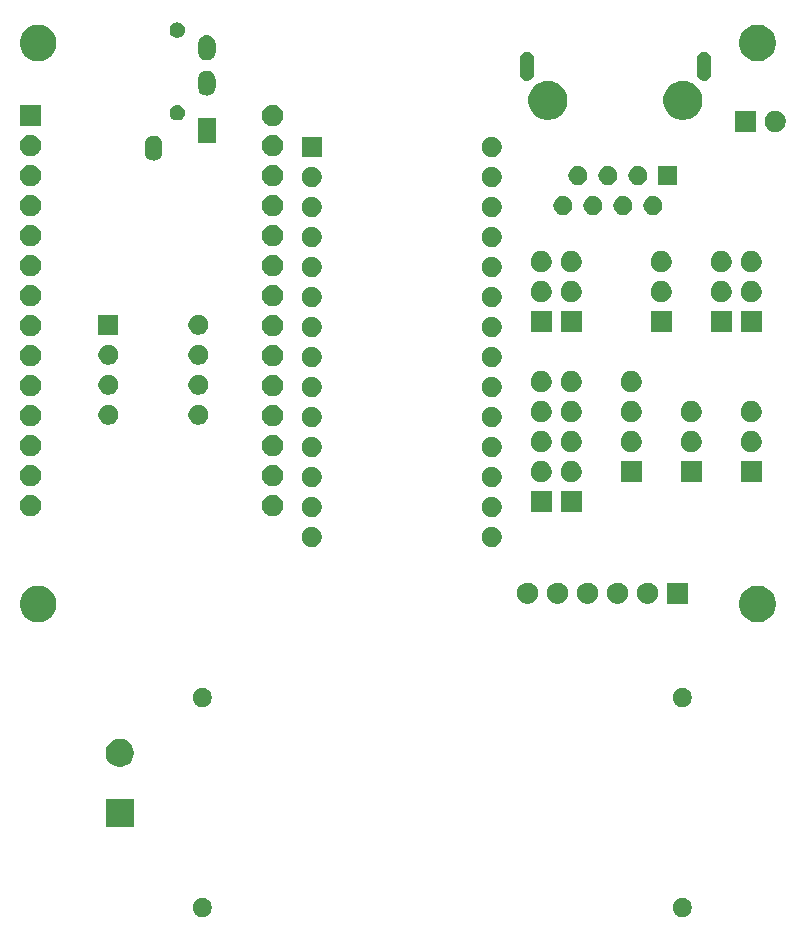
<source format=gbr>
G04 #@! TF.GenerationSoftware,KiCad,Pcbnew,(5.1.6)-1*
G04 #@! TF.CreationDate,2020-08-20T21:44:59-05:00*
G04 #@! TF.ProjectId,ControlBoardT4_28PinSound_Power,436f6e74-726f-46c4-926f-61726454345f,rev?*
G04 #@! TF.SameCoordinates,Original*
G04 #@! TF.FileFunction,Soldermask,Bot*
G04 #@! TF.FilePolarity,Negative*
%FSLAX46Y46*%
G04 Gerber Fmt 4.6, Leading zero omitted, Abs format (unit mm)*
G04 Created by KiCad (PCBNEW (5.1.6)-1) date 2020-08-20 21:44:59*
%MOMM*%
%LPD*%
G01*
G04 APERTURE LIST*
%ADD10C,0.100000*%
G04 APERTURE END LIST*
D10*
G36*
X166797642Y-145077742D02*
G01*
X166945601Y-145139029D01*
X167078755Y-145227999D01*
X167192001Y-145341245D01*
X167280971Y-145474399D01*
X167342258Y-145622358D01*
X167373500Y-145779425D01*
X167373500Y-145939575D01*
X167342258Y-146096642D01*
X167280971Y-146244601D01*
X167192001Y-146377755D01*
X167078755Y-146491001D01*
X166945601Y-146579971D01*
X166797642Y-146641258D01*
X166640575Y-146672500D01*
X166480425Y-146672500D01*
X166323358Y-146641258D01*
X166175399Y-146579971D01*
X166042245Y-146491001D01*
X165928999Y-146377755D01*
X165840029Y-146244601D01*
X165778742Y-146096642D01*
X165747500Y-145939575D01*
X165747500Y-145779425D01*
X165778742Y-145622358D01*
X165840029Y-145474399D01*
X165928999Y-145341245D01*
X166042245Y-145227999D01*
X166175399Y-145139029D01*
X166323358Y-145077742D01*
X166480425Y-145046500D01*
X166640575Y-145046500D01*
X166797642Y-145077742D01*
G37*
G36*
X126157642Y-145077742D02*
G01*
X126305601Y-145139029D01*
X126438755Y-145227999D01*
X126552001Y-145341245D01*
X126640971Y-145474399D01*
X126702258Y-145622358D01*
X126733500Y-145779425D01*
X126733500Y-145939575D01*
X126702258Y-146096642D01*
X126640971Y-146244601D01*
X126552001Y-146377755D01*
X126438755Y-146491001D01*
X126305601Y-146579971D01*
X126157642Y-146641258D01*
X126000575Y-146672500D01*
X125840425Y-146672500D01*
X125683358Y-146641258D01*
X125535399Y-146579971D01*
X125402245Y-146491001D01*
X125288999Y-146377755D01*
X125200029Y-146244601D01*
X125138742Y-146096642D01*
X125107500Y-145939575D01*
X125107500Y-145779425D01*
X125138742Y-145622358D01*
X125200029Y-145474399D01*
X125288999Y-145341245D01*
X125402245Y-145227999D01*
X125535399Y-145139029D01*
X125683358Y-145077742D01*
X125840425Y-145046500D01*
X126000575Y-145046500D01*
X126157642Y-145077742D01*
G37*
G36*
X120129500Y-139052500D02*
G01*
X117741500Y-139052500D01*
X117741500Y-136664500D01*
X120129500Y-136664500D01*
X120129500Y-139052500D01*
G37*
G36*
X119283776Y-131630384D02*
G01*
X119501069Y-131720390D01*
X119501071Y-131720391D01*
X119696630Y-131851060D01*
X119862940Y-132017370D01*
X119993610Y-132212931D01*
X120083616Y-132430224D01*
X120129500Y-132660900D01*
X120129500Y-132896100D01*
X120083616Y-133126776D01*
X119993610Y-133344069D01*
X119993609Y-133344071D01*
X119862940Y-133539630D01*
X119696630Y-133705940D01*
X119501071Y-133836609D01*
X119501070Y-133836610D01*
X119501069Y-133836610D01*
X119283776Y-133926616D01*
X119053100Y-133972500D01*
X118817900Y-133972500D01*
X118587224Y-133926616D01*
X118369931Y-133836610D01*
X118369930Y-133836610D01*
X118369929Y-133836609D01*
X118174370Y-133705940D01*
X118008060Y-133539630D01*
X117877391Y-133344071D01*
X117877390Y-133344069D01*
X117787384Y-133126776D01*
X117741500Y-132896100D01*
X117741500Y-132660900D01*
X117787384Y-132430224D01*
X117877390Y-132212931D01*
X118008060Y-132017370D01*
X118174370Y-131851060D01*
X118369929Y-131720391D01*
X118369931Y-131720390D01*
X118587224Y-131630384D01*
X118817900Y-131584500D01*
X119053100Y-131584500D01*
X119283776Y-131630384D01*
G37*
G36*
X166797642Y-127297742D02*
G01*
X166945601Y-127359029D01*
X167078755Y-127447999D01*
X167192001Y-127561245D01*
X167280971Y-127694399D01*
X167342258Y-127842358D01*
X167373500Y-127999425D01*
X167373500Y-128159575D01*
X167342258Y-128316642D01*
X167280971Y-128464601D01*
X167192001Y-128597755D01*
X167078755Y-128711001D01*
X166945601Y-128799971D01*
X166797642Y-128861258D01*
X166640575Y-128892500D01*
X166480425Y-128892500D01*
X166323358Y-128861258D01*
X166175399Y-128799971D01*
X166042245Y-128711001D01*
X165928999Y-128597755D01*
X165840029Y-128464601D01*
X165778742Y-128316642D01*
X165747500Y-128159575D01*
X165747500Y-127999425D01*
X165778742Y-127842358D01*
X165840029Y-127694399D01*
X165928999Y-127561245D01*
X166042245Y-127447999D01*
X166175399Y-127359029D01*
X166323358Y-127297742D01*
X166480425Y-127266500D01*
X166640575Y-127266500D01*
X166797642Y-127297742D01*
G37*
G36*
X126157642Y-127297742D02*
G01*
X126305601Y-127359029D01*
X126438755Y-127447999D01*
X126552001Y-127561245D01*
X126640971Y-127694399D01*
X126702258Y-127842358D01*
X126733500Y-127999425D01*
X126733500Y-128159575D01*
X126702258Y-128316642D01*
X126640971Y-128464601D01*
X126552001Y-128597755D01*
X126438755Y-128711001D01*
X126305601Y-128799971D01*
X126157642Y-128861258D01*
X126000575Y-128892500D01*
X125840425Y-128892500D01*
X125683358Y-128861258D01*
X125535399Y-128799971D01*
X125402245Y-128711001D01*
X125288999Y-128597755D01*
X125200029Y-128464601D01*
X125138742Y-128316642D01*
X125107500Y-128159575D01*
X125107500Y-127999425D01*
X125138742Y-127842358D01*
X125200029Y-127694399D01*
X125288999Y-127561245D01*
X125402245Y-127447999D01*
X125535399Y-127359029D01*
X125683358Y-127297742D01*
X125840425Y-127266500D01*
X126000575Y-127266500D01*
X126157642Y-127297742D01*
G37*
G36*
X112336585Y-118642802D02*
G01*
X112486410Y-118672604D01*
X112768674Y-118789521D01*
X113022705Y-118959259D01*
X113238741Y-119175295D01*
X113408479Y-119429326D01*
X113525396Y-119711590D01*
X113585000Y-120011240D01*
X113585000Y-120316760D01*
X113525396Y-120616410D01*
X113408479Y-120898674D01*
X113238741Y-121152705D01*
X113022705Y-121368741D01*
X112768674Y-121538479D01*
X112486410Y-121655396D01*
X112336585Y-121685198D01*
X112186761Y-121715000D01*
X111881239Y-121715000D01*
X111731415Y-121685198D01*
X111581590Y-121655396D01*
X111299326Y-121538479D01*
X111045295Y-121368741D01*
X110829259Y-121152705D01*
X110659521Y-120898674D01*
X110542604Y-120616410D01*
X110483000Y-120316760D01*
X110483000Y-120011240D01*
X110542604Y-119711590D01*
X110659521Y-119429326D01*
X110829259Y-119175295D01*
X111045295Y-118959259D01*
X111299326Y-118789521D01*
X111581590Y-118672604D01*
X111731415Y-118642802D01*
X111881239Y-118613000D01*
X112186761Y-118613000D01*
X112336585Y-118642802D01*
G37*
G36*
X173226585Y-118642802D02*
G01*
X173376410Y-118672604D01*
X173658674Y-118789521D01*
X173912705Y-118959259D01*
X174128741Y-119175295D01*
X174298479Y-119429326D01*
X174415396Y-119711590D01*
X174475000Y-120011240D01*
X174475000Y-120316760D01*
X174415396Y-120616410D01*
X174298479Y-120898674D01*
X174128741Y-121152705D01*
X173912705Y-121368741D01*
X173658674Y-121538479D01*
X173376410Y-121655396D01*
X173226585Y-121685198D01*
X173076761Y-121715000D01*
X172771239Y-121715000D01*
X172621415Y-121685198D01*
X172471590Y-121655396D01*
X172189326Y-121538479D01*
X171935295Y-121368741D01*
X171719259Y-121152705D01*
X171549521Y-120898674D01*
X171432604Y-120616410D01*
X171373000Y-120316760D01*
X171373000Y-120011240D01*
X171432604Y-119711590D01*
X171549521Y-119429326D01*
X171719259Y-119175295D01*
X171935295Y-118959259D01*
X172189326Y-118789521D01*
X172471590Y-118672604D01*
X172621415Y-118642802D01*
X172771239Y-118613000D01*
X173076761Y-118613000D01*
X173226585Y-118642802D01*
G37*
G36*
X158673012Y-118356927D02*
G01*
X158822312Y-118386624D01*
X158986284Y-118454544D01*
X159133854Y-118553147D01*
X159259353Y-118678646D01*
X159357956Y-118826216D01*
X159425876Y-118990188D01*
X159460500Y-119164259D01*
X159460500Y-119341741D01*
X159425876Y-119515812D01*
X159357956Y-119679784D01*
X159259353Y-119827354D01*
X159133854Y-119952853D01*
X158986284Y-120051456D01*
X158822312Y-120119376D01*
X158673012Y-120149073D01*
X158648242Y-120154000D01*
X158470758Y-120154000D01*
X158445988Y-120149073D01*
X158296688Y-120119376D01*
X158132716Y-120051456D01*
X157985146Y-119952853D01*
X157859647Y-119827354D01*
X157761044Y-119679784D01*
X157693124Y-119515812D01*
X157658500Y-119341741D01*
X157658500Y-119164259D01*
X157693124Y-118990188D01*
X157761044Y-118826216D01*
X157859647Y-118678646D01*
X157985146Y-118553147D01*
X158132716Y-118454544D01*
X158296688Y-118386624D01*
X158445988Y-118356927D01*
X158470758Y-118352000D01*
X158648242Y-118352000D01*
X158673012Y-118356927D01*
G37*
G36*
X161213012Y-118356927D02*
G01*
X161362312Y-118386624D01*
X161526284Y-118454544D01*
X161673854Y-118553147D01*
X161799353Y-118678646D01*
X161897956Y-118826216D01*
X161965876Y-118990188D01*
X162000500Y-119164259D01*
X162000500Y-119341741D01*
X161965876Y-119515812D01*
X161897956Y-119679784D01*
X161799353Y-119827354D01*
X161673854Y-119952853D01*
X161526284Y-120051456D01*
X161362312Y-120119376D01*
X161213012Y-120149073D01*
X161188242Y-120154000D01*
X161010758Y-120154000D01*
X160985988Y-120149073D01*
X160836688Y-120119376D01*
X160672716Y-120051456D01*
X160525146Y-119952853D01*
X160399647Y-119827354D01*
X160301044Y-119679784D01*
X160233124Y-119515812D01*
X160198500Y-119341741D01*
X160198500Y-119164259D01*
X160233124Y-118990188D01*
X160301044Y-118826216D01*
X160399647Y-118678646D01*
X160525146Y-118553147D01*
X160672716Y-118454544D01*
X160836688Y-118386624D01*
X160985988Y-118356927D01*
X161010758Y-118352000D01*
X161188242Y-118352000D01*
X161213012Y-118356927D01*
G37*
G36*
X163753012Y-118356927D02*
G01*
X163902312Y-118386624D01*
X164066284Y-118454544D01*
X164213854Y-118553147D01*
X164339353Y-118678646D01*
X164437956Y-118826216D01*
X164505876Y-118990188D01*
X164540500Y-119164259D01*
X164540500Y-119341741D01*
X164505876Y-119515812D01*
X164437956Y-119679784D01*
X164339353Y-119827354D01*
X164213854Y-119952853D01*
X164066284Y-120051456D01*
X163902312Y-120119376D01*
X163753012Y-120149073D01*
X163728242Y-120154000D01*
X163550758Y-120154000D01*
X163525988Y-120149073D01*
X163376688Y-120119376D01*
X163212716Y-120051456D01*
X163065146Y-119952853D01*
X162939647Y-119827354D01*
X162841044Y-119679784D01*
X162773124Y-119515812D01*
X162738500Y-119341741D01*
X162738500Y-119164259D01*
X162773124Y-118990188D01*
X162841044Y-118826216D01*
X162939647Y-118678646D01*
X163065146Y-118553147D01*
X163212716Y-118454544D01*
X163376688Y-118386624D01*
X163525988Y-118356927D01*
X163550758Y-118352000D01*
X163728242Y-118352000D01*
X163753012Y-118356927D01*
G37*
G36*
X167080500Y-120154000D02*
G01*
X165278500Y-120154000D01*
X165278500Y-118352000D01*
X167080500Y-118352000D01*
X167080500Y-120154000D01*
G37*
G36*
X153593012Y-118356927D02*
G01*
X153742312Y-118386624D01*
X153906284Y-118454544D01*
X154053854Y-118553147D01*
X154179353Y-118678646D01*
X154277956Y-118826216D01*
X154345876Y-118990188D01*
X154380500Y-119164259D01*
X154380500Y-119341741D01*
X154345876Y-119515812D01*
X154277956Y-119679784D01*
X154179353Y-119827354D01*
X154053854Y-119952853D01*
X153906284Y-120051456D01*
X153742312Y-120119376D01*
X153593012Y-120149073D01*
X153568242Y-120154000D01*
X153390758Y-120154000D01*
X153365988Y-120149073D01*
X153216688Y-120119376D01*
X153052716Y-120051456D01*
X152905146Y-119952853D01*
X152779647Y-119827354D01*
X152681044Y-119679784D01*
X152613124Y-119515812D01*
X152578500Y-119341741D01*
X152578500Y-119164259D01*
X152613124Y-118990188D01*
X152681044Y-118826216D01*
X152779647Y-118678646D01*
X152905146Y-118553147D01*
X153052716Y-118454544D01*
X153216688Y-118386624D01*
X153365988Y-118356927D01*
X153390758Y-118352000D01*
X153568242Y-118352000D01*
X153593012Y-118356927D01*
G37*
G36*
X156133012Y-118356927D02*
G01*
X156282312Y-118386624D01*
X156446284Y-118454544D01*
X156593854Y-118553147D01*
X156719353Y-118678646D01*
X156817956Y-118826216D01*
X156885876Y-118990188D01*
X156920500Y-119164259D01*
X156920500Y-119341741D01*
X156885876Y-119515812D01*
X156817956Y-119679784D01*
X156719353Y-119827354D01*
X156593854Y-119952853D01*
X156446284Y-120051456D01*
X156282312Y-120119376D01*
X156133012Y-120149073D01*
X156108242Y-120154000D01*
X155930758Y-120154000D01*
X155905988Y-120149073D01*
X155756688Y-120119376D01*
X155592716Y-120051456D01*
X155445146Y-119952853D01*
X155319647Y-119827354D01*
X155221044Y-119679784D01*
X155153124Y-119515812D01*
X155118500Y-119341741D01*
X155118500Y-119164259D01*
X155153124Y-118990188D01*
X155221044Y-118826216D01*
X155319647Y-118678646D01*
X155445146Y-118553147D01*
X155592716Y-118454544D01*
X155756688Y-118386624D01*
X155905988Y-118356927D01*
X155930758Y-118352000D01*
X156108242Y-118352000D01*
X156133012Y-118356927D01*
G37*
G36*
X150679728Y-113672203D02*
G01*
X150834600Y-113736353D01*
X150973981Y-113829485D01*
X151092515Y-113948019D01*
X151185647Y-114087400D01*
X151249797Y-114242272D01*
X151282500Y-114406684D01*
X151282500Y-114574316D01*
X151249797Y-114738728D01*
X151185647Y-114893600D01*
X151092515Y-115032981D01*
X150973981Y-115151515D01*
X150834600Y-115244647D01*
X150679728Y-115308797D01*
X150515316Y-115341500D01*
X150347684Y-115341500D01*
X150183272Y-115308797D01*
X150028400Y-115244647D01*
X149889019Y-115151515D01*
X149770485Y-115032981D01*
X149677353Y-114893600D01*
X149613203Y-114738728D01*
X149580500Y-114574316D01*
X149580500Y-114406684D01*
X149613203Y-114242272D01*
X149677353Y-114087400D01*
X149770485Y-113948019D01*
X149889019Y-113829485D01*
X150028400Y-113736353D01*
X150183272Y-113672203D01*
X150347684Y-113639500D01*
X150515316Y-113639500D01*
X150679728Y-113672203D01*
G37*
G36*
X135439728Y-113672203D02*
G01*
X135594600Y-113736353D01*
X135733981Y-113829485D01*
X135852515Y-113948019D01*
X135945647Y-114087400D01*
X136009797Y-114242272D01*
X136042500Y-114406684D01*
X136042500Y-114574316D01*
X136009797Y-114738728D01*
X135945647Y-114893600D01*
X135852515Y-115032981D01*
X135733981Y-115151515D01*
X135594600Y-115244647D01*
X135439728Y-115308797D01*
X135275316Y-115341500D01*
X135107684Y-115341500D01*
X134943272Y-115308797D01*
X134788400Y-115244647D01*
X134649019Y-115151515D01*
X134530485Y-115032981D01*
X134437353Y-114893600D01*
X134373203Y-114738728D01*
X134340500Y-114574316D01*
X134340500Y-114406684D01*
X134373203Y-114242272D01*
X134437353Y-114087400D01*
X134530485Y-113948019D01*
X134649019Y-113829485D01*
X134788400Y-113736353D01*
X134943272Y-113672203D01*
X135107684Y-113639500D01*
X135275316Y-113639500D01*
X135439728Y-113672203D01*
G37*
G36*
X150679728Y-111132203D02*
G01*
X150834600Y-111196353D01*
X150973981Y-111289485D01*
X151092515Y-111408019D01*
X151185647Y-111547400D01*
X151249797Y-111702272D01*
X151282500Y-111866684D01*
X151282500Y-112034316D01*
X151249797Y-112198728D01*
X151185647Y-112353600D01*
X151092515Y-112492981D01*
X150973981Y-112611515D01*
X150834600Y-112704647D01*
X150679728Y-112768797D01*
X150515316Y-112801500D01*
X150347684Y-112801500D01*
X150183272Y-112768797D01*
X150028400Y-112704647D01*
X149889019Y-112611515D01*
X149770485Y-112492981D01*
X149677353Y-112353600D01*
X149613203Y-112198728D01*
X149580500Y-112034316D01*
X149580500Y-111866684D01*
X149613203Y-111702272D01*
X149677353Y-111547400D01*
X149770485Y-111408019D01*
X149889019Y-111289485D01*
X150028400Y-111196353D01*
X150183272Y-111132203D01*
X150347684Y-111099500D01*
X150515316Y-111099500D01*
X150679728Y-111132203D01*
G37*
G36*
X135439728Y-111132203D02*
G01*
X135594600Y-111196353D01*
X135733981Y-111289485D01*
X135852515Y-111408019D01*
X135945647Y-111547400D01*
X136009797Y-111702272D01*
X136042500Y-111866684D01*
X136042500Y-112034316D01*
X136009797Y-112198728D01*
X135945647Y-112353600D01*
X135852515Y-112492981D01*
X135733981Y-112611515D01*
X135594600Y-112704647D01*
X135439728Y-112768797D01*
X135275316Y-112801500D01*
X135107684Y-112801500D01*
X134943272Y-112768797D01*
X134788400Y-112704647D01*
X134649019Y-112611515D01*
X134530485Y-112492981D01*
X134437353Y-112353600D01*
X134373203Y-112198728D01*
X134340500Y-112034316D01*
X134340500Y-111866684D01*
X134373203Y-111702272D01*
X134437353Y-111547400D01*
X134530485Y-111408019D01*
X134649019Y-111289485D01*
X134788400Y-111196353D01*
X134943272Y-111132203D01*
X135107684Y-111099500D01*
X135275316Y-111099500D01*
X135439728Y-111132203D01*
G37*
G36*
X131992512Y-110927427D02*
G01*
X132141812Y-110957124D01*
X132305784Y-111025044D01*
X132453354Y-111123647D01*
X132578853Y-111249146D01*
X132677456Y-111396716D01*
X132745376Y-111560688D01*
X132780000Y-111734759D01*
X132780000Y-111912241D01*
X132745376Y-112086312D01*
X132677456Y-112250284D01*
X132578853Y-112397854D01*
X132453354Y-112523353D01*
X132305784Y-112621956D01*
X132141812Y-112689876D01*
X131992512Y-112719573D01*
X131967742Y-112724500D01*
X131790258Y-112724500D01*
X131765488Y-112719573D01*
X131616188Y-112689876D01*
X131452216Y-112621956D01*
X131304646Y-112523353D01*
X131179147Y-112397854D01*
X131080544Y-112250284D01*
X131012624Y-112086312D01*
X130978000Y-111912241D01*
X130978000Y-111734759D01*
X131012624Y-111560688D01*
X131080544Y-111396716D01*
X131179147Y-111249146D01*
X131304646Y-111123647D01*
X131452216Y-111025044D01*
X131616188Y-110957124D01*
X131765488Y-110927427D01*
X131790258Y-110922500D01*
X131967742Y-110922500D01*
X131992512Y-110927427D01*
G37*
G36*
X111492512Y-110927427D02*
G01*
X111641812Y-110957124D01*
X111805784Y-111025044D01*
X111953354Y-111123647D01*
X112078853Y-111249146D01*
X112177456Y-111396716D01*
X112245376Y-111560688D01*
X112280000Y-111734759D01*
X112280000Y-111912241D01*
X112245376Y-112086312D01*
X112177456Y-112250284D01*
X112078853Y-112397854D01*
X111953354Y-112523353D01*
X111805784Y-112621956D01*
X111641812Y-112689876D01*
X111492512Y-112719573D01*
X111467742Y-112724500D01*
X111290258Y-112724500D01*
X111265488Y-112719573D01*
X111116188Y-112689876D01*
X110952216Y-112621956D01*
X110804646Y-112523353D01*
X110679147Y-112397854D01*
X110580544Y-112250284D01*
X110512624Y-112086312D01*
X110478000Y-111912241D01*
X110478000Y-111734759D01*
X110512624Y-111560688D01*
X110580544Y-111396716D01*
X110679147Y-111249146D01*
X110804646Y-111123647D01*
X110952216Y-111025044D01*
X111116188Y-110957124D01*
X111265488Y-110927427D01*
X111290258Y-110922500D01*
X111467742Y-110922500D01*
X111492512Y-110927427D01*
G37*
G36*
X158063500Y-112407000D02*
G01*
X156261500Y-112407000D01*
X156261500Y-110605000D01*
X158063500Y-110605000D01*
X158063500Y-112407000D01*
G37*
G36*
X155523500Y-112407000D02*
G01*
X153721500Y-112407000D01*
X153721500Y-110605000D01*
X155523500Y-110605000D01*
X155523500Y-112407000D01*
G37*
G36*
X150679728Y-108592203D02*
G01*
X150834600Y-108656353D01*
X150973981Y-108749485D01*
X151092515Y-108868019D01*
X151185647Y-109007400D01*
X151249797Y-109162272D01*
X151282500Y-109326684D01*
X151282500Y-109494316D01*
X151249797Y-109658728D01*
X151185647Y-109813600D01*
X151092515Y-109952981D01*
X150973981Y-110071515D01*
X150834600Y-110164647D01*
X150679728Y-110228797D01*
X150515316Y-110261500D01*
X150347684Y-110261500D01*
X150183272Y-110228797D01*
X150028400Y-110164647D01*
X149889019Y-110071515D01*
X149770485Y-109952981D01*
X149677353Y-109813600D01*
X149613203Y-109658728D01*
X149580500Y-109494316D01*
X149580500Y-109326684D01*
X149613203Y-109162272D01*
X149677353Y-109007400D01*
X149770485Y-108868019D01*
X149889019Y-108749485D01*
X150028400Y-108656353D01*
X150183272Y-108592203D01*
X150347684Y-108559500D01*
X150515316Y-108559500D01*
X150679728Y-108592203D01*
G37*
G36*
X135439728Y-108592203D02*
G01*
X135594600Y-108656353D01*
X135733981Y-108749485D01*
X135852515Y-108868019D01*
X135945647Y-109007400D01*
X136009797Y-109162272D01*
X136042500Y-109326684D01*
X136042500Y-109494316D01*
X136009797Y-109658728D01*
X135945647Y-109813600D01*
X135852515Y-109952981D01*
X135733981Y-110071515D01*
X135594600Y-110164647D01*
X135439728Y-110228797D01*
X135275316Y-110261500D01*
X135107684Y-110261500D01*
X134943272Y-110228797D01*
X134788400Y-110164647D01*
X134649019Y-110071515D01*
X134530485Y-109952981D01*
X134437353Y-109813600D01*
X134373203Y-109658728D01*
X134340500Y-109494316D01*
X134340500Y-109326684D01*
X134373203Y-109162272D01*
X134437353Y-109007400D01*
X134530485Y-108868019D01*
X134649019Y-108749485D01*
X134788400Y-108656353D01*
X134943272Y-108592203D01*
X135107684Y-108559500D01*
X135275316Y-108559500D01*
X135439728Y-108592203D01*
G37*
G36*
X131992512Y-108387427D02*
G01*
X132141812Y-108417124D01*
X132305784Y-108485044D01*
X132453354Y-108583647D01*
X132578853Y-108709146D01*
X132677456Y-108856716D01*
X132745376Y-109020688D01*
X132780000Y-109194759D01*
X132780000Y-109372241D01*
X132745376Y-109546312D01*
X132677456Y-109710284D01*
X132578853Y-109857854D01*
X132453354Y-109983353D01*
X132305784Y-110081956D01*
X132141812Y-110149876D01*
X131992512Y-110179573D01*
X131967742Y-110184500D01*
X131790258Y-110184500D01*
X131765488Y-110179573D01*
X131616188Y-110149876D01*
X131452216Y-110081956D01*
X131304646Y-109983353D01*
X131179147Y-109857854D01*
X131080544Y-109710284D01*
X131012624Y-109546312D01*
X130978000Y-109372241D01*
X130978000Y-109194759D01*
X131012624Y-109020688D01*
X131080544Y-108856716D01*
X131179147Y-108709146D01*
X131304646Y-108583647D01*
X131452216Y-108485044D01*
X131616188Y-108417124D01*
X131765488Y-108387427D01*
X131790258Y-108382500D01*
X131967742Y-108382500D01*
X131992512Y-108387427D01*
G37*
G36*
X111492512Y-108387427D02*
G01*
X111641812Y-108417124D01*
X111805784Y-108485044D01*
X111953354Y-108583647D01*
X112078853Y-108709146D01*
X112177456Y-108856716D01*
X112245376Y-109020688D01*
X112280000Y-109194759D01*
X112280000Y-109372241D01*
X112245376Y-109546312D01*
X112177456Y-109710284D01*
X112078853Y-109857854D01*
X111953354Y-109983353D01*
X111805784Y-110081956D01*
X111641812Y-110149876D01*
X111492512Y-110179573D01*
X111467742Y-110184500D01*
X111290258Y-110184500D01*
X111265488Y-110179573D01*
X111116188Y-110149876D01*
X110952216Y-110081956D01*
X110804646Y-109983353D01*
X110679147Y-109857854D01*
X110580544Y-109710284D01*
X110512624Y-109546312D01*
X110478000Y-109372241D01*
X110478000Y-109194759D01*
X110512624Y-109020688D01*
X110580544Y-108856716D01*
X110679147Y-108709146D01*
X110804646Y-108583647D01*
X110952216Y-108485044D01*
X111116188Y-108417124D01*
X111265488Y-108387427D01*
X111290258Y-108382500D01*
X111467742Y-108382500D01*
X111492512Y-108387427D01*
G37*
G36*
X173303500Y-109867000D02*
G01*
X171501500Y-109867000D01*
X171501500Y-108065000D01*
X173303500Y-108065000D01*
X173303500Y-109867000D01*
G37*
G36*
X157276012Y-108069927D02*
G01*
X157425312Y-108099624D01*
X157589284Y-108167544D01*
X157736854Y-108266147D01*
X157862353Y-108391646D01*
X157960956Y-108539216D01*
X158028876Y-108703188D01*
X158063500Y-108877259D01*
X158063500Y-109054741D01*
X158028876Y-109228812D01*
X157960956Y-109392784D01*
X157862353Y-109540354D01*
X157736854Y-109665853D01*
X157589284Y-109764456D01*
X157425312Y-109832376D01*
X157276012Y-109862073D01*
X157251242Y-109867000D01*
X157073758Y-109867000D01*
X157048988Y-109862073D01*
X156899688Y-109832376D01*
X156735716Y-109764456D01*
X156588146Y-109665853D01*
X156462647Y-109540354D01*
X156364044Y-109392784D01*
X156296124Y-109228812D01*
X156261500Y-109054741D01*
X156261500Y-108877259D01*
X156296124Y-108703188D01*
X156364044Y-108539216D01*
X156462647Y-108391646D01*
X156588146Y-108266147D01*
X156735716Y-108167544D01*
X156899688Y-108099624D01*
X157048988Y-108069927D01*
X157073758Y-108065000D01*
X157251242Y-108065000D01*
X157276012Y-108069927D01*
G37*
G36*
X154736012Y-108069927D02*
G01*
X154885312Y-108099624D01*
X155049284Y-108167544D01*
X155196854Y-108266147D01*
X155322353Y-108391646D01*
X155420956Y-108539216D01*
X155488876Y-108703188D01*
X155523500Y-108877259D01*
X155523500Y-109054741D01*
X155488876Y-109228812D01*
X155420956Y-109392784D01*
X155322353Y-109540354D01*
X155196854Y-109665853D01*
X155049284Y-109764456D01*
X154885312Y-109832376D01*
X154736012Y-109862073D01*
X154711242Y-109867000D01*
X154533758Y-109867000D01*
X154508988Y-109862073D01*
X154359688Y-109832376D01*
X154195716Y-109764456D01*
X154048146Y-109665853D01*
X153922647Y-109540354D01*
X153824044Y-109392784D01*
X153756124Y-109228812D01*
X153721500Y-109054741D01*
X153721500Y-108877259D01*
X153756124Y-108703188D01*
X153824044Y-108539216D01*
X153922647Y-108391646D01*
X154048146Y-108266147D01*
X154195716Y-108167544D01*
X154359688Y-108099624D01*
X154508988Y-108069927D01*
X154533758Y-108065000D01*
X154711242Y-108065000D01*
X154736012Y-108069927D01*
G37*
G36*
X168223500Y-109867000D02*
G01*
X166421500Y-109867000D01*
X166421500Y-108065000D01*
X168223500Y-108065000D01*
X168223500Y-109867000D01*
G37*
G36*
X163143500Y-109867000D02*
G01*
X161341500Y-109867000D01*
X161341500Y-108065000D01*
X163143500Y-108065000D01*
X163143500Y-109867000D01*
G37*
G36*
X135439728Y-106052203D02*
G01*
X135594600Y-106116353D01*
X135733981Y-106209485D01*
X135852515Y-106328019D01*
X135945647Y-106467400D01*
X136009797Y-106622272D01*
X136042500Y-106786684D01*
X136042500Y-106954316D01*
X136009797Y-107118728D01*
X135945647Y-107273600D01*
X135852515Y-107412981D01*
X135733981Y-107531515D01*
X135594600Y-107624647D01*
X135439728Y-107688797D01*
X135275316Y-107721500D01*
X135107684Y-107721500D01*
X134943272Y-107688797D01*
X134788400Y-107624647D01*
X134649019Y-107531515D01*
X134530485Y-107412981D01*
X134437353Y-107273600D01*
X134373203Y-107118728D01*
X134340500Y-106954316D01*
X134340500Y-106786684D01*
X134373203Y-106622272D01*
X134437353Y-106467400D01*
X134530485Y-106328019D01*
X134649019Y-106209485D01*
X134788400Y-106116353D01*
X134943272Y-106052203D01*
X135107684Y-106019500D01*
X135275316Y-106019500D01*
X135439728Y-106052203D01*
G37*
G36*
X150679728Y-106052203D02*
G01*
X150834600Y-106116353D01*
X150973981Y-106209485D01*
X151092515Y-106328019D01*
X151185647Y-106467400D01*
X151249797Y-106622272D01*
X151282500Y-106786684D01*
X151282500Y-106954316D01*
X151249797Y-107118728D01*
X151185647Y-107273600D01*
X151092515Y-107412981D01*
X150973981Y-107531515D01*
X150834600Y-107624647D01*
X150679728Y-107688797D01*
X150515316Y-107721500D01*
X150347684Y-107721500D01*
X150183272Y-107688797D01*
X150028400Y-107624647D01*
X149889019Y-107531515D01*
X149770485Y-107412981D01*
X149677353Y-107273600D01*
X149613203Y-107118728D01*
X149580500Y-106954316D01*
X149580500Y-106786684D01*
X149613203Y-106622272D01*
X149677353Y-106467400D01*
X149770485Y-106328019D01*
X149889019Y-106209485D01*
X150028400Y-106116353D01*
X150183272Y-106052203D01*
X150347684Y-106019500D01*
X150515316Y-106019500D01*
X150679728Y-106052203D01*
G37*
G36*
X131992512Y-105847427D02*
G01*
X132141812Y-105877124D01*
X132305784Y-105945044D01*
X132453354Y-106043647D01*
X132578853Y-106169146D01*
X132677456Y-106316716D01*
X132745376Y-106480688D01*
X132780000Y-106654759D01*
X132780000Y-106832241D01*
X132745376Y-107006312D01*
X132677456Y-107170284D01*
X132578853Y-107317854D01*
X132453354Y-107443353D01*
X132305784Y-107541956D01*
X132141812Y-107609876D01*
X131992512Y-107639573D01*
X131967742Y-107644500D01*
X131790258Y-107644500D01*
X131765488Y-107639573D01*
X131616188Y-107609876D01*
X131452216Y-107541956D01*
X131304646Y-107443353D01*
X131179147Y-107317854D01*
X131080544Y-107170284D01*
X131012624Y-107006312D01*
X130978000Y-106832241D01*
X130978000Y-106654759D01*
X131012624Y-106480688D01*
X131080544Y-106316716D01*
X131179147Y-106169146D01*
X131304646Y-106043647D01*
X131452216Y-105945044D01*
X131616188Y-105877124D01*
X131765488Y-105847427D01*
X131790258Y-105842500D01*
X131967742Y-105842500D01*
X131992512Y-105847427D01*
G37*
G36*
X111492512Y-105847427D02*
G01*
X111641812Y-105877124D01*
X111805784Y-105945044D01*
X111953354Y-106043647D01*
X112078853Y-106169146D01*
X112177456Y-106316716D01*
X112245376Y-106480688D01*
X112280000Y-106654759D01*
X112280000Y-106832241D01*
X112245376Y-107006312D01*
X112177456Y-107170284D01*
X112078853Y-107317854D01*
X111953354Y-107443353D01*
X111805784Y-107541956D01*
X111641812Y-107609876D01*
X111492512Y-107639573D01*
X111467742Y-107644500D01*
X111290258Y-107644500D01*
X111265488Y-107639573D01*
X111116188Y-107609876D01*
X110952216Y-107541956D01*
X110804646Y-107443353D01*
X110679147Y-107317854D01*
X110580544Y-107170284D01*
X110512624Y-107006312D01*
X110478000Y-106832241D01*
X110478000Y-106654759D01*
X110512624Y-106480688D01*
X110580544Y-106316716D01*
X110679147Y-106169146D01*
X110804646Y-106043647D01*
X110952216Y-105945044D01*
X111116188Y-105877124D01*
X111265488Y-105847427D01*
X111290258Y-105842500D01*
X111467742Y-105842500D01*
X111492512Y-105847427D01*
G37*
G36*
X167436012Y-105529927D02*
G01*
X167585312Y-105559624D01*
X167749284Y-105627544D01*
X167896854Y-105726147D01*
X168022353Y-105851646D01*
X168120956Y-105999216D01*
X168188876Y-106163188D01*
X168223500Y-106337259D01*
X168223500Y-106514741D01*
X168188876Y-106688812D01*
X168120956Y-106852784D01*
X168022353Y-107000354D01*
X167896854Y-107125853D01*
X167749284Y-107224456D01*
X167585312Y-107292376D01*
X167436012Y-107322073D01*
X167411242Y-107327000D01*
X167233758Y-107327000D01*
X167208988Y-107322073D01*
X167059688Y-107292376D01*
X166895716Y-107224456D01*
X166748146Y-107125853D01*
X166622647Y-107000354D01*
X166524044Y-106852784D01*
X166456124Y-106688812D01*
X166421500Y-106514741D01*
X166421500Y-106337259D01*
X166456124Y-106163188D01*
X166524044Y-105999216D01*
X166622647Y-105851646D01*
X166748146Y-105726147D01*
X166895716Y-105627544D01*
X167059688Y-105559624D01*
X167208988Y-105529927D01*
X167233758Y-105525000D01*
X167411242Y-105525000D01*
X167436012Y-105529927D01*
G37*
G36*
X154736012Y-105529927D02*
G01*
X154885312Y-105559624D01*
X155049284Y-105627544D01*
X155196854Y-105726147D01*
X155322353Y-105851646D01*
X155420956Y-105999216D01*
X155488876Y-106163188D01*
X155523500Y-106337259D01*
X155523500Y-106514741D01*
X155488876Y-106688812D01*
X155420956Y-106852784D01*
X155322353Y-107000354D01*
X155196854Y-107125853D01*
X155049284Y-107224456D01*
X154885312Y-107292376D01*
X154736012Y-107322073D01*
X154711242Y-107327000D01*
X154533758Y-107327000D01*
X154508988Y-107322073D01*
X154359688Y-107292376D01*
X154195716Y-107224456D01*
X154048146Y-107125853D01*
X153922647Y-107000354D01*
X153824044Y-106852784D01*
X153756124Y-106688812D01*
X153721500Y-106514741D01*
X153721500Y-106337259D01*
X153756124Y-106163188D01*
X153824044Y-105999216D01*
X153922647Y-105851646D01*
X154048146Y-105726147D01*
X154195716Y-105627544D01*
X154359688Y-105559624D01*
X154508988Y-105529927D01*
X154533758Y-105525000D01*
X154711242Y-105525000D01*
X154736012Y-105529927D01*
G37*
G36*
X172516012Y-105529927D02*
G01*
X172665312Y-105559624D01*
X172829284Y-105627544D01*
X172976854Y-105726147D01*
X173102353Y-105851646D01*
X173200956Y-105999216D01*
X173268876Y-106163188D01*
X173303500Y-106337259D01*
X173303500Y-106514741D01*
X173268876Y-106688812D01*
X173200956Y-106852784D01*
X173102353Y-107000354D01*
X172976854Y-107125853D01*
X172829284Y-107224456D01*
X172665312Y-107292376D01*
X172516012Y-107322073D01*
X172491242Y-107327000D01*
X172313758Y-107327000D01*
X172288988Y-107322073D01*
X172139688Y-107292376D01*
X171975716Y-107224456D01*
X171828146Y-107125853D01*
X171702647Y-107000354D01*
X171604044Y-106852784D01*
X171536124Y-106688812D01*
X171501500Y-106514741D01*
X171501500Y-106337259D01*
X171536124Y-106163188D01*
X171604044Y-105999216D01*
X171702647Y-105851646D01*
X171828146Y-105726147D01*
X171975716Y-105627544D01*
X172139688Y-105559624D01*
X172288988Y-105529927D01*
X172313758Y-105525000D01*
X172491242Y-105525000D01*
X172516012Y-105529927D01*
G37*
G36*
X157276012Y-105529927D02*
G01*
X157425312Y-105559624D01*
X157589284Y-105627544D01*
X157736854Y-105726147D01*
X157862353Y-105851646D01*
X157960956Y-105999216D01*
X158028876Y-106163188D01*
X158063500Y-106337259D01*
X158063500Y-106514741D01*
X158028876Y-106688812D01*
X157960956Y-106852784D01*
X157862353Y-107000354D01*
X157736854Y-107125853D01*
X157589284Y-107224456D01*
X157425312Y-107292376D01*
X157276012Y-107322073D01*
X157251242Y-107327000D01*
X157073758Y-107327000D01*
X157048988Y-107322073D01*
X156899688Y-107292376D01*
X156735716Y-107224456D01*
X156588146Y-107125853D01*
X156462647Y-107000354D01*
X156364044Y-106852784D01*
X156296124Y-106688812D01*
X156261500Y-106514741D01*
X156261500Y-106337259D01*
X156296124Y-106163188D01*
X156364044Y-105999216D01*
X156462647Y-105851646D01*
X156588146Y-105726147D01*
X156735716Y-105627544D01*
X156899688Y-105559624D01*
X157048988Y-105529927D01*
X157073758Y-105525000D01*
X157251242Y-105525000D01*
X157276012Y-105529927D01*
G37*
G36*
X162356012Y-105529927D02*
G01*
X162505312Y-105559624D01*
X162669284Y-105627544D01*
X162816854Y-105726147D01*
X162942353Y-105851646D01*
X163040956Y-105999216D01*
X163108876Y-106163188D01*
X163143500Y-106337259D01*
X163143500Y-106514741D01*
X163108876Y-106688812D01*
X163040956Y-106852784D01*
X162942353Y-107000354D01*
X162816854Y-107125853D01*
X162669284Y-107224456D01*
X162505312Y-107292376D01*
X162356012Y-107322073D01*
X162331242Y-107327000D01*
X162153758Y-107327000D01*
X162128988Y-107322073D01*
X161979688Y-107292376D01*
X161815716Y-107224456D01*
X161668146Y-107125853D01*
X161542647Y-107000354D01*
X161444044Y-106852784D01*
X161376124Y-106688812D01*
X161341500Y-106514741D01*
X161341500Y-106337259D01*
X161376124Y-106163188D01*
X161444044Y-105999216D01*
X161542647Y-105851646D01*
X161668146Y-105726147D01*
X161815716Y-105627544D01*
X161979688Y-105559624D01*
X162128988Y-105529927D01*
X162153758Y-105525000D01*
X162331242Y-105525000D01*
X162356012Y-105529927D01*
G37*
G36*
X135439728Y-103512203D02*
G01*
X135594600Y-103576353D01*
X135733981Y-103669485D01*
X135852515Y-103788019D01*
X135945647Y-103927400D01*
X136009797Y-104082272D01*
X136042500Y-104246684D01*
X136042500Y-104414316D01*
X136009797Y-104578728D01*
X135945647Y-104733600D01*
X135852515Y-104872981D01*
X135733981Y-104991515D01*
X135594600Y-105084647D01*
X135439728Y-105148797D01*
X135275316Y-105181500D01*
X135107684Y-105181500D01*
X134943272Y-105148797D01*
X134788400Y-105084647D01*
X134649019Y-104991515D01*
X134530485Y-104872981D01*
X134437353Y-104733600D01*
X134373203Y-104578728D01*
X134340500Y-104414316D01*
X134340500Y-104246684D01*
X134373203Y-104082272D01*
X134437353Y-103927400D01*
X134530485Y-103788019D01*
X134649019Y-103669485D01*
X134788400Y-103576353D01*
X134943272Y-103512203D01*
X135107684Y-103479500D01*
X135275316Y-103479500D01*
X135439728Y-103512203D01*
G37*
G36*
X150679728Y-103512203D02*
G01*
X150834600Y-103576353D01*
X150973981Y-103669485D01*
X151092515Y-103788019D01*
X151185647Y-103927400D01*
X151249797Y-104082272D01*
X151282500Y-104246684D01*
X151282500Y-104414316D01*
X151249797Y-104578728D01*
X151185647Y-104733600D01*
X151092515Y-104872981D01*
X150973981Y-104991515D01*
X150834600Y-105084647D01*
X150679728Y-105148797D01*
X150515316Y-105181500D01*
X150347684Y-105181500D01*
X150183272Y-105148797D01*
X150028400Y-105084647D01*
X149889019Y-104991515D01*
X149770485Y-104872981D01*
X149677353Y-104733600D01*
X149613203Y-104578728D01*
X149580500Y-104414316D01*
X149580500Y-104246684D01*
X149613203Y-104082272D01*
X149677353Y-103927400D01*
X149770485Y-103788019D01*
X149889019Y-103669485D01*
X150028400Y-103576353D01*
X150183272Y-103512203D01*
X150347684Y-103479500D01*
X150515316Y-103479500D01*
X150679728Y-103512203D01*
G37*
G36*
X111492512Y-103307427D02*
G01*
X111641812Y-103337124D01*
X111805784Y-103405044D01*
X111953354Y-103503647D01*
X112078853Y-103629146D01*
X112177456Y-103776716D01*
X112245376Y-103940688D01*
X112280000Y-104114759D01*
X112280000Y-104292241D01*
X112245376Y-104466312D01*
X112177456Y-104630284D01*
X112078853Y-104777854D01*
X111953354Y-104903353D01*
X111805784Y-105001956D01*
X111641812Y-105069876D01*
X111492512Y-105099573D01*
X111467742Y-105104500D01*
X111290258Y-105104500D01*
X111265488Y-105099573D01*
X111116188Y-105069876D01*
X110952216Y-105001956D01*
X110804646Y-104903353D01*
X110679147Y-104777854D01*
X110580544Y-104630284D01*
X110512624Y-104466312D01*
X110478000Y-104292241D01*
X110478000Y-104114759D01*
X110512624Y-103940688D01*
X110580544Y-103776716D01*
X110679147Y-103629146D01*
X110804646Y-103503647D01*
X110952216Y-103405044D01*
X111116188Y-103337124D01*
X111265488Y-103307427D01*
X111290258Y-103302500D01*
X111467742Y-103302500D01*
X111492512Y-103307427D01*
G37*
G36*
X131992512Y-103307427D02*
G01*
X132141812Y-103337124D01*
X132305784Y-103405044D01*
X132453354Y-103503647D01*
X132578853Y-103629146D01*
X132677456Y-103776716D01*
X132745376Y-103940688D01*
X132780000Y-104114759D01*
X132780000Y-104292241D01*
X132745376Y-104466312D01*
X132677456Y-104630284D01*
X132578853Y-104777854D01*
X132453354Y-104903353D01*
X132305784Y-105001956D01*
X132141812Y-105069876D01*
X131992512Y-105099573D01*
X131967742Y-105104500D01*
X131790258Y-105104500D01*
X131765488Y-105099573D01*
X131616188Y-105069876D01*
X131452216Y-105001956D01*
X131304646Y-104903353D01*
X131179147Y-104777854D01*
X131080544Y-104630284D01*
X131012624Y-104466312D01*
X130978000Y-104292241D01*
X130978000Y-104114759D01*
X131012624Y-103940688D01*
X131080544Y-103776716D01*
X131179147Y-103629146D01*
X131304646Y-103503647D01*
X131452216Y-103405044D01*
X131616188Y-103337124D01*
X131765488Y-103307427D01*
X131790258Y-103302500D01*
X131967742Y-103302500D01*
X131992512Y-103307427D01*
G37*
G36*
X118231228Y-103321703D02*
G01*
X118386100Y-103385853D01*
X118525481Y-103478985D01*
X118644015Y-103597519D01*
X118737147Y-103736900D01*
X118801297Y-103891772D01*
X118834000Y-104056184D01*
X118834000Y-104223816D01*
X118801297Y-104388228D01*
X118737147Y-104543100D01*
X118644015Y-104682481D01*
X118525481Y-104801015D01*
X118386100Y-104894147D01*
X118231228Y-104958297D01*
X118066816Y-104991000D01*
X117899184Y-104991000D01*
X117734772Y-104958297D01*
X117579900Y-104894147D01*
X117440519Y-104801015D01*
X117321985Y-104682481D01*
X117228853Y-104543100D01*
X117164703Y-104388228D01*
X117132000Y-104223816D01*
X117132000Y-104056184D01*
X117164703Y-103891772D01*
X117228853Y-103736900D01*
X117321985Y-103597519D01*
X117440519Y-103478985D01*
X117579900Y-103385853D01*
X117734772Y-103321703D01*
X117899184Y-103289000D01*
X118066816Y-103289000D01*
X118231228Y-103321703D01*
G37*
G36*
X125851228Y-103321703D02*
G01*
X126006100Y-103385853D01*
X126145481Y-103478985D01*
X126264015Y-103597519D01*
X126357147Y-103736900D01*
X126421297Y-103891772D01*
X126454000Y-104056184D01*
X126454000Y-104223816D01*
X126421297Y-104388228D01*
X126357147Y-104543100D01*
X126264015Y-104682481D01*
X126145481Y-104801015D01*
X126006100Y-104894147D01*
X125851228Y-104958297D01*
X125686816Y-104991000D01*
X125519184Y-104991000D01*
X125354772Y-104958297D01*
X125199900Y-104894147D01*
X125060519Y-104801015D01*
X124941985Y-104682481D01*
X124848853Y-104543100D01*
X124784703Y-104388228D01*
X124752000Y-104223816D01*
X124752000Y-104056184D01*
X124784703Y-103891772D01*
X124848853Y-103736900D01*
X124941985Y-103597519D01*
X125060519Y-103478985D01*
X125199900Y-103385853D01*
X125354772Y-103321703D01*
X125519184Y-103289000D01*
X125686816Y-103289000D01*
X125851228Y-103321703D01*
G37*
G36*
X154736012Y-102989927D02*
G01*
X154885312Y-103019624D01*
X155049284Y-103087544D01*
X155196854Y-103186147D01*
X155322353Y-103311646D01*
X155420956Y-103459216D01*
X155488876Y-103623188D01*
X155523500Y-103797259D01*
X155523500Y-103974741D01*
X155488876Y-104148812D01*
X155420956Y-104312784D01*
X155322353Y-104460354D01*
X155196854Y-104585853D01*
X155049284Y-104684456D01*
X154885312Y-104752376D01*
X154736012Y-104782073D01*
X154711242Y-104787000D01*
X154533758Y-104787000D01*
X154508988Y-104782073D01*
X154359688Y-104752376D01*
X154195716Y-104684456D01*
X154048146Y-104585853D01*
X153922647Y-104460354D01*
X153824044Y-104312784D01*
X153756124Y-104148812D01*
X153721500Y-103974741D01*
X153721500Y-103797259D01*
X153756124Y-103623188D01*
X153824044Y-103459216D01*
X153922647Y-103311646D01*
X154048146Y-103186147D01*
X154195716Y-103087544D01*
X154359688Y-103019624D01*
X154508988Y-102989927D01*
X154533758Y-102985000D01*
X154711242Y-102985000D01*
X154736012Y-102989927D01*
G37*
G36*
X157276012Y-102989927D02*
G01*
X157425312Y-103019624D01*
X157589284Y-103087544D01*
X157736854Y-103186147D01*
X157862353Y-103311646D01*
X157960956Y-103459216D01*
X158028876Y-103623188D01*
X158063500Y-103797259D01*
X158063500Y-103974741D01*
X158028876Y-104148812D01*
X157960956Y-104312784D01*
X157862353Y-104460354D01*
X157736854Y-104585853D01*
X157589284Y-104684456D01*
X157425312Y-104752376D01*
X157276012Y-104782073D01*
X157251242Y-104787000D01*
X157073758Y-104787000D01*
X157048988Y-104782073D01*
X156899688Y-104752376D01*
X156735716Y-104684456D01*
X156588146Y-104585853D01*
X156462647Y-104460354D01*
X156364044Y-104312784D01*
X156296124Y-104148812D01*
X156261500Y-103974741D01*
X156261500Y-103797259D01*
X156296124Y-103623188D01*
X156364044Y-103459216D01*
X156462647Y-103311646D01*
X156588146Y-103186147D01*
X156735716Y-103087544D01*
X156899688Y-103019624D01*
X157048988Y-102989927D01*
X157073758Y-102985000D01*
X157251242Y-102985000D01*
X157276012Y-102989927D01*
G37*
G36*
X172516012Y-102989927D02*
G01*
X172665312Y-103019624D01*
X172829284Y-103087544D01*
X172976854Y-103186147D01*
X173102353Y-103311646D01*
X173200956Y-103459216D01*
X173268876Y-103623188D01*
X173303500Y-103797259D01*
X173303500Y-103974741D01*
X173268876Y-104148812D01*
X173200956Y-104312784D01*
X173102353Y-104460354D01*
X172976854Y-104585853D01*
X172829284Y-104684456D01*
X172665312Y-104752376D01*
X172516012Y-104782073D01*
X172491242Y-104787000D01*
X172313758Y-104787000D01*
X172288988Y-104782073D01*
X172139688Y-104752376D01*
X171975716Y-104684456D01*
X171828146Y-104585853D01*
X171702647Y-104460354D01*
X171604044Y-104312784D01*
X171536124Y-104148812D01*
X171501500Y-103974741D01*
X171501500Y-103797259D01*
X171536124Y-103623188D01*
X171604044Y-103459216D01*
X171702647Y-103311646D01*
X171828146Y-103186147D01*
X171975716Y-103087544D01*
X172139688Y-103019624D01*
X172288988Y-102989927D01*
X172313758Y-102985000D01*
X172491242Y-102985000D01*
X172516012Y-102989927D01*
G37*
G36*
X167436012Y-102989927D02*
G01*
X167585312Y-103019624D01*
X167749284Y-103087544D01*
X167896854Y-103186147D01*
X168022353Y-103311646D01*
X168120956Y-103459216D01*
X168188876Y-103623188D01*
X168223500Y-103797259D01*
X168223500Y-103974741D01*
X168188876Y-104148812D01*
X168120956Y-104312784D01*
X168022353Y-104460354D01*
X167896854Y-104585853D01*
X167749284Y-104684456D01*
X167585312Y-104752376D01*
X167436012Y-104782073D01*
X167411242Y-104787000D01*
X167233758Y-104787000D01*
X167208988Y-104782073D01*
X167059688Y-104752376D01*
X166895716Y-104684456D01*
X166748146Y-104585853D01*
X166622647Y-104460354D01*
X166524044Y-104312784D01*
X166456124Y-104148812D01*
X166421500Y-103974741D01*
X166421500Y-103797259D01*
X166456124Y-103623188D01*
X166524044Y-103459216D01*
X166622647Y-103311646D01*
X166748146Y-103186147D01*
X166895716Y-103087544D01*
X167059688Y-103019624D01*
X167208988Y-102989927D01*
X167233758Y-102985000D01*
X167411242Y-102985000D01*
X167436012Y-102989927D01*
G37*
G36*
X162356012Y-102989927D02*
G01*
X162505312Y-103019624D01*
X162669284Y-103087544D01*
X162816854Y-103186147D01*
X162942353Y-103311646D01*
X163040956Y-103459216D01*
X163108876Y-103623188D01*
X163143500Y-103797259D01*
X163143500Y-103974741D01*
X163108876Y-104148812D01*
X163040956Y-104312784D01*
X162942353Y-104460354D01*
X162816854Y-104585853D01*
X162669284Y-104684456D01*
X162505312Y-104752376D01*
X162356012Y-104782073D01*
X162331242Y-104787000D01*
X162153758Y-104787000D01*
X162128988Y-104782073D01*
X161979688Y-104752376D01*
X161815716Y-104684456D01*
X161668146Y-104585853D01*
X161542647Y-104460354D01*
X161444044Y-104312784D01*
X161376124Y-104148812D01*
X161341500Y-103974741D01*
X161341500Y-103797259D01*
X161376124Y-103623188D01*
X161444044Y-103459216D01*
X161542647Y-103311646D01*
X161668146Y-103186147D01*
X161815716Y-103087544D01*
X161979688Y-103019624D01*
X162128988Y-102989927D01*
X162153758Y-102985000D01*
X162331242Y-102985000D01*
X162356012Y-102989927D01*
G37*
G36*
X150679728Y-100972203D02*
G01*
X150834600Y-101036353D01*
X150973981Y-101129485D01*
X151092515Y-101248019D01*
X151185647Y-101387400D01*
X151249797Y-101542272D01*
X151282500Y-101706684D01*
X151282500Y-101874316D01*
X151249797Y-102038728D01*
X151185647Y-102193600D01*
X151092515Y-102332981D01*
X150973981Y-102451515D01*
X150834600Y-102544647D01*
X150679728Y-102608797D01*
X150515316Y-102641500D01*
X150347684Y-102641500D01*
X150183272Y-102608797D01*
X150028400Y-102544647D01*
X149889019Y-102451515D01*
X149770485Y-102332981D01*
X149677353Y-102193600D01*
X149613203Y-102038728D01*
X149580500Y-101874316D01*
X149580500Y-101706684D01*
X149613203Y-101542272D01*
X149677353Y-101387400D01*
X149770485Y-101248019D01*
X149889019Y-101129485D01*
X150028400Y-101036353D01*
X150183272Y-100972203D01*
X150347684Y-100939500D01*
X150515316Y-100939500D01*
X150679728Y-100972203D01*
G37*
G36*
X135439728Y-100972203D02*
G01*
X135594600Y-101036353D01*
X135733981Y-101129485D01*
X135852515Y-101248019D01*
X135945647Y-101387400D01*
X136009797Y-101542272D01*
X136042500Y-101706684D01*
X136042500Y-101874316D01*
X136009797Y-102038728D01*
X135945647Y-102193600D01*
X135852515Y-102332981D01*
X135733981Y-102451515D01*
X135594600Y-102544647D01*
X135439728Y-102608797D01*
X135275316Y-102641500D01*
X135107684Y-102641500D01*
X134943272Y-102608797D01*
X134788400Y-102544647D01*
X134649019Y-102451515D01*
X134530485Y-102332981D01*
X134437353Y-102193600D01*
X134373203Y-102038728D01*
X134340500Y-101874316D01*
X134340500Y-101706684D01*
X134373203Y-101542272D01*
X134437353Y-101387400D01*
X134530485Y-101248019D01*
X134649019Y-101129485D01*
X134788400Y-101036353D01*
X134943272Y-100972203D01*
X135107684Y-100939500D01*
X135275316Y-100939500D01*
X135439728Y-100972203D01*
G37*
G36*
X111492512Y-100767427D02*
G01*
X111641812Y-100797124D01*
X111805784Y-100865044D01*
X111953354Y-100963647D01*
X112078853Y-101089146D01*
X112177456Y-101236716D01*
X112245376Y-101400688D01*
X112280000Y-101574759D01*
X112280000Y-101752241D01*
X112245376Y-101926312D01*
X112177456Y-102090284D01*
X112078853Y-102237854D01*
X111953354Y-102363353D01*
X111805784Y-102461956D01*
X111641812Y-102529876D01*
X111492512Y-102559573D01*
X111467742Y-102564500D01*
X111290258Y-102564500D01*
X111265488Y-102559573D01*
X111116188Y-102529876D01*
X110952216Y-102461956D01*
X110804646Y-102363353D01*
X110679147Y-102237854D01*
X110580544Y-102090284D01*
X110512624Y-101926312D01*
X110478000Y-101752241D01*
X110478000Y-101574759D01*
X110512624Y-101400688D01*
X110580544Y-101236716D01*
X110679147Y-101089146D01*
X110804646Y-100963647D01*
X110952216Y-100865044D01*
X111116188Y-100797124D01*
X111265488Y-100767427D01*
X111290258Y-100762500D01*
X111467742Y-100762500D01*
X111492512Y-100767427D01*
G37*
G36*
X131992512Y-100767427D02*
G01*
X132141812Y-100797124D01*
X132305784Y-100865044D01*
X132453354Y-100963647D01*
X132578853Y-101089146D01*
X132677456Y-101236716D01*
X132745376Y-101400688D01*
X132780000Y-101574759D01*
X132780000Y-101752241D01*
X132745376Y-101926312D01*
X132677456Y-102090284D01*
X132578853Y-102237854D01*
X132453354Y-102363353D01*
X132305784Y-102461956D01*
X132141812Y-102529876D01*
X131992512Y-102559573D01*
X131967742Y-102564500D01*
X131790258Y-102564500D01*
X131765488Y-102559573D01*
X131616188Y-102529876D01*
X131452216Y-102461956D01*
X131304646Y-102363353D01*
X131179147Y-102237854D01*
X131080544Y-102090284D01*
X131012624Y-101926312D01*
X130978000Y-101752241D01*
X130978000Y-101574759D01*
X131012624Y-101400688D01*
X131080544Y-101236716D01*
X131179147Y-101089146D01*
X131304646Y-100963647D01*
X131452216Y-100865044D01*
X131616188Y-100797124D01*
X131765488Y-100767427D01*
X131790258Y-100762500D01*
X131967742Y-100762500D01*
X131992512Y-100767427D01*
G37*
G36*
X125851228Y-100781703D02*
G01*
X126006100Y-100845853D01*
X126145481Y-100938985D01*
X126264015Y-101057519D01*
X126357147Y-101196900D01*
X126421297Y-101351772D01*
X126454000Y-101516184D01*
X126454000Y-101683816D01*
X126421297Y-101848228D01*
X126357147Y-102003100D01*
X126264015Y-102142481D01*
X126145481Y-102261015D01*
X126006100Y-102354147D01*
X125851228Y-102418297D01*
X125686816Y-102451000D01*
X125519184Y-102451000D01*
X125354772Y-102418297D01*
X125199900Y-102354147D01*
X125060519Y-102261015D01*
X124941985Y-102142481D01*
X124848853Y-102003100D01*
X124784703Y-101848228D01*
X124752000Y-101683816D01*
X124752000Y-101516184D01*
X124784703Y-101351772D01*
X124848853Y-101196900D01*
X124941985Y-101057519D01*
X125060519Y-100938985D01*
X125199900Y-100845853D01*
X125354772Y-100781703D01*
X125519184Y-100749000D01*
X125686816Y-100749000D01*
X125851228Y-100781703D01*
G37*
G36*
X118231228Y-100781703D02*
G01*
X118386100Y-100845853D01*
X118525481Y-100938985D01*
X118644015Y-101057519D01*
X118737147Y-101196900D01*
X118801297Y-101351772D01*
X118834000Y-101516184D01*
X118834000Y-101683816D01*
X118801297Y-101848228D01*
X118737147Y-102003100D01*
X118644015Y-102142481D01*
X118525481Y-102261015D01*
X118386100Y-102354147D01*
X118231228Y-102418297D01*
X118066816Y-102451000D01*
X117899184Y-102451000D01*
X117734772Y-102418297D01*
X117579900Y-102354147D01*
X117440519Y-102261015D01*
X117321985Y-102142481D01*
X117228853Y-102003100D01*
X117164703Y-101848228D01*
X117132000Y-101683816D01*
X117132000Y-101516184D01*
X117164703Y-101351772D01*
X117228853Y-101196900D01*
X117321985Y-101057519D01*
X117440519Y-100938985D01*
X117579900Y-100845853D01*
X117734772Y-100781703D01*
X117899184Y-100749000D01*
X118066816Y-100749000D01*
X118231228Y-100781703D01*
G37*
G36*
X154736012Y-100449927D02*
G01*
X154885312Y-100479624D01*
X155049284Y-100547544D01*
X155196854Y-100646147D01*
X155322353Y-100771646D01*
X155420956Y-100919216D01*
X155488876Y-101083188D01*
X155523500Y-101257259D01*
X155523500Y-101434741D01*
X155488876Y-101608812D01*
X155420956Y-101772784D01*
X155322353Y-101920354D01*
X155196854Y-102045853D01*
X155049284Y-102144456D01*
X154885312Y-102212376D01*
X154736012Y-102242073D01*
X154711242Y-102247000D01*
X154533758Y-102247000D01*
X154508988Y-102242073D01*
X154359688Y-102212376D01*
X154195716Y-102144456D01*
X154048146Y-102045853D01*
X153922647Y-101920354D01*
X153824044Y-101772784D01*
X153756124Y-101608812D01*
X153721500Y-101434741D01*
X153721500Y-101257259D01*
X153756124Y-101083188D01*
X153824044Y-100919216D01*
X153922647Y-100771646D01*
X154048146Y-100646147D01*
X154195716Y-100547544D01*
X154359688Y-100479624D01*
X154508988Y-100449927D01*
X154533758Y-100445000D01*
X154711242Y-100445000D01*
X154736012Y-100449927D01*
G37*
G36*
X162356012Y-100449927D02*
G01*
X162505312Y-100479624D01*
X162669284Y-100547544D01*
X162816854Y-100646147D01*
X162942353Y-100771646D01*
X163040956Y-100919216D01*
X163108876Y-101083188D01*
X163143500Y-101257259D01*
X163143500Y-101434741D01*
X163108876Y-101608812D01*
X163040956Y-101772784D01*
X162942353Y-101920354D01*
X162816854Y-102045853D01*
X162669284Y-102144456D01*
X162505312Y-102212376D01*
X162356012Y-102242073D01*
X162331242Y-102247000D01*
X162153758Y-102247000D01*
X162128988Y-102242073D01*
X161979688Y-102212376D01*
X161815716Y-102144456D01*
X161668146Y-102045853D01*
X161542647Y-101920354D01*
X161444044Y-101772784D01*
X161376124Y-101608812D01*
X161341500Y-101434741D01*
X161341500Y-101257259D01*
X161376124Y-101083188D01*
X161444044Y-100919216D01*
X161542647Y-100771646D01*
X161668146Y-100646147D01*
X161815716Y-100547544D01*
X161979688Y-100479624D01*
X162128988Y-100449927D01*
X162153758Y-100445000D01*
X162331242Y-100445000D01*
X162356012Y-100449927D01*
G37*
G36*
X157276012Y-100449927D02*
G01*
X157425312Y-100479624D01*
X157589284Y-100547544D01*
X157736854Y-100646147D01*
X157862353Y-100771646D01*
X157960956Y-100919216D01*
X158028876Y-101083188D01*
X158063500Y-101257259D01*
X158063500Y-101434741D01*
X158028876Y-101608812D01*
X157960956Y-101772784D01*
X157862353Y-101920354D01*
X157736854Y-102045853D01*
X157589284Y-102144456D01*
X157425312Y-102212376D01*
X157276012Y-102242073D01*
X157251242Y-102247000D01*
X157073758Y-102247000D01*
X157048988Y-102242073D01*
X156899688Y-102212376D01*
X156735716Y-102144456D01*
X156588146Y-102045853D01*
X156462647Y-101920354D01*
X156364044Y-101772784D01*
X156296124Y-101608812D01*
X156261500Y-101434741D01*
X156261500Y-101257259D01*
X156296124Y-101083188D01*
X156364044Y-100919216D01*
X156462647Y-100771646D01*
X156588146Y-100646147D01*
X156735716Y-100547544D01*
X156899688Y-100479624D01*
X157048988Y-100449927D01*
X157073758Y-100445000D01*
X157251242Y-100445000D01*
X157276012Y-100449927D01*
G37*
G36*
X135439728Y-98432203D02*
G01*
X135594600Y-98496353D01*
X135733981Y-98589485D01*
X135852515Y-98708019D01*
X135945647Y-98847400D01*
X136009797Y-99002272D01*
X136042500Y-99166684D01*
X136042500Y-99334316D01*
X136009797Y-99498728D01*
X135945647Y-99653600D01*
X135852515Y-99792981D01*
X135733981Y-99911515D01*
X135594600Y-100004647D01*
X135439728Y-100068797D01*
X135275316Y-100101500D01*
X135107684Y-100101500D01*
X134943272Y-100068797D01*
X134788400Y-100004647D01*
X134649019Y-99911515D01*
X134530485Y-99792981D01*
X134437353Y-99653600D01*
X134373203Y-99498728D01*
X134340500Y-99334316D01*
X134340500Y-99166684D01*
X134373203Y-99002272D01*
X134437353Y-98847400D01*
X134530485Y-98708019D01*
X134649019Y-98589485D01*
X134788400Y-98496353D01*
X134943272Y-98432203D01*
X135107684Y-98399500D01*
X135275316Y-98399500D01*
X135439728Y-98432203D01*
G37*
G36*
X150679728Y-98432203D02*
G01*
X150834600Y-98496353D01*
X150973981Y-98589485D01*
X151092515Y-98708019D01*
X151185647Y-98847400D01*
X151249797Y-99002272D01*
X151282500Y-99166684D01*
X151282500Y-99334316D01*
X151249797Y-99498728D01*
X151185647Y-99653600D01*
X151092515Y-99792981D01*
X150973981Y-99911515D01*
X150834600Y-100004647D01*
X150679728Y-100068797D01*
X150515316Y-100101500D01*
X150347684Y-100101500D01*
X150183272Y-100068797D01*
X150028400Y-100004647D01*
X149889019Y-99911515D01*
X149770485Y-99792981D01*
X149677353Y-99653600D01*
X149613203Y-99498728D01*
X149580500Y-99334316D01*
X149580500Y-99166684D01*
X149613203Y-99002272D01*
X149677353Y-98847400D01*
X149770485Y-98708019D01*
X149889019Y-98589485D01*
X150028400Y-98496353D01*
X150183272Y-98432203D01*
X150347684Y-98399500D01*
X150515316Y-98399500D01*
X150679728Y-98432203D01*
G37*
G36*
X131992512Y-98227427D02*
G01*
X132141812Y-98257124D01*
X132305784Y-98325044D01*
X132453354Y-98423647D01*
X132578853Y-98549146D01*
X132677456Y-98696716D01*
X132745376Y-98860688D01*
X132780000Y-99034759D01*
X132780000Y-99212241D01*
X132745376Y-99386312D01*
X132677456Y-99550284D01*
X132578853Y-99697854D01*
X132453354Y-99823353D01*
X132305784Y-99921956D01*
X132141812Y-99989876D01*
X131992512Y-100019573D01*
X131967742Y-100024500D01*
X131790258Y-100024500D01*
X131765488Y-100019573D01*
X131616188Y-99989876D01*
X131452216Y-99921956D01*
X131304646Y-99823353D01*
X131179147Y-99697854D01*
X131080544Y-99550284D01*
X131012624Y-99386312D01*
X130978000Y-99212241D01*
X130978000Y-99034759D01*
X131012624Y-98860688D01*
X131080544Y-98696716D01*
X131179147Y-98549146D01*
X131304646Y-98423647D01*
X131452216Y-98325044D01*
X131616188Y-98257124D01*
X131765488Y-98227427D01*
X131790258Y-98222500D01*
X131967742Y-98222500D01*
X131992512Y-98227427D01*
G37*
G36*
X111492512Y-98227427D02*
G01*
X111641812Y-98257124D01*
X111805784Y-98325044D01*
X111953354Y-98423647D01*
X112078853Y-98549146D01*
X112177456Y-98696716D01*
X112245376Y-98860688D01*
X112280000Y-99034759D01*
X112280000Y-99212241D01*
X112245376Y-99386312D01*
X112177456Y-99550284D01*
X112078853Y-99697854D01*
X111953354Y-99823353D01*
X111805784Y-99921956D01*
X111641812Y-99989876D01*
X111492512Y-100019573D01*
X111467742Y-100024500D01*
X111290258Y-100024500D01*
X111265488Y-100019573D01*
X111116188Y-99989876D01*
X110952216Y-99921956D01*
X110804646Y-99823353D01*
X110679147Y-99697854D01*
X110580544Y-99550284D01*
X110512624Y-99386312D01*
X110478000Y-99212241D01*
X110478000Y-99034759D01*
X110512624Y-98860688D01*
X110580544Y-98696716D01*
X110679147Y-98549146D01*
X110804646Y-98423647D01*
X110952216Y-98325044D01*
X111116188Y-98257124D01*
X111265488Y-98227427D01*
X111290258Y-98222500D01*
X111467742Y-98222500D01*
X111492512Y-98227427D01*
G37*
G36*
X125851228Y-98241703D02*
G01*
X126006100Y-98305853D01*
X126145481Y-98398985D01*
X126264015Y-98517519D01*
X126357147Y-98656900D01*
X126421297Y-98811772D01*
X126454000Y-98976184D01*
X126454000Y-99143816D01*
X126421297Y-99308228D01*
X126357147Y-99463100D01*
X126264015Y-99602481D01*
X126145481Y-99721015D01*
X126006100Y-99814147D01*
X125851228Y-99878297D01*
X125686816Y-99911000D01*
X125519184Y-99911000D01*
X125354772Y-99878297D01*
X125199900Y-99814147D01*
X125060519Y-99721015D01*
X124941985Y-99602481D01*
X124848853Y-99463100D01*
X124784703Y-99308228D01*
X124752000Y-99143816D01*
X124752000Y-98976184D01*
X124784703Y-98811772D01*
X124848853Y-98656900D01*
X124941985Y-98517519D01*
X125060519Y-98398985D01*
X125199900Y-98305853D01*
X125354772Y-98241703D01*
X125519184Y-98209000D01*
X125686816Y-98209000D01*
X125851228Y-98241703D01*
G37*
G36*
X118231228Y-98241703D02*
G01*
X118386100Y-98305853D01*
X118525481Y-98398985D01*
X118644015Y-98517519D01*
X118737147Y-98656900D01*
X118801297Y-98811772D01*
X118834000Y-98976184D01*
X118834000Y-99143816D01*
X118801297Y-99308228D01*
X118737147Y-99463100D01*
X118644015Y-99602481D01*
X118525481Y-99721015D01*
X118386100Y-99814147D01*
X118231228Y-99878297D01*
X118066816Y-99911000D01*
X117899184Y-99911000D01*
X117734772Y-99878297D01*
X117579900Y-99814147D01*
X117440519Y-99721015D01*
X117321985Y-99602481D01*
X117228853Y-99463100D01*
X117164703Y-99308228D01*
X117132000Y-99143816D01*
X117132000Y-98976184D01*
X117164703Y-98811772D01*
X117228853Y-98656900D01*
X117321985Y-98517519D01*
X117440519Y-98398985D01*
X117579900Y-98305853D01*
X117734772Y-98241703D01*
X117899184Y-98209000D01*
X118066816Y-98209000D01*
X118231228Y-98241703D01*
G37*
G36*
X135439728Y-95892203D02*
G01*
X135594600Y-95956353D01*
X135733981Y-96049485D01*
X135852515Y-96168019D01*
X135945647Y-96307400D01*
X136009797Y-96462272D01*
X136042500Y-96626684D01*
X136042500Y-96794316D01*
X136009797Y-96958728D01*
X135945647Y-97113600D01*
X135852515Y-97252981D01*
X135733981Y-97371515D01*
X135594600Y-97464647D01*
X135439728Y-97528797D01*
X135275316Y-97561500D01*
X135107684Y-97561500D01*
X134943272Y-97528797D01*
X134788400Y-97464647D01*
X134649019Y-97371515D01*
X134530485Y-97252981D01*
X134437353Y-97113600D01*
X134373203Y-96958728D01*
X134340500Y-96794316D01*
X134340500Y-96626684D01*
X134373203Y-96462272D01*
X134437353Y-96307400D01*
X134530485Y-96168019D01*
X134649019Y-96049485D01*
X134788400Y-95956353D01*
X134943272Y-95892203D01*
X135107684Y-95859500D01*
X135275316Y-95859500D01*
X135439728Y-95892203D01*
G37*
G36*
X150679728Y-95892203D02*
G01*
X150834600Y-95956353D01*
X150973981Y-96049485D01*
X151092515Y-96168019D01*
X151185647Y-96307400D01*
X151249797Y-96462272D01*
X151282500Y-96626684D01*
X151282500Y-96794316D01*
X151249797Y-96958728D01*
X151185647Y-97113600D01*
X151092515Y-97252981D01*
X150973981Y-97371515D01*
X150834600Y-97464647D01*
X150679728Y-97528797D01*
X150515316Y-97561500D01*
X150347684Y-97561500D01*
X150183272Y-97528797D01*
X150028400Y-97464647D01*
X149889019Y-97371515D01*
X149770485Y-97252981D01*
X149677353Y-97113600D01*
X149613203Y-96958728D01*
X149580500Y-96794316D01*
X149580500Y-96626684D01*
X149613203Y-96462272D01*
X149677353Y-96307400D01*
X149770485Y-96168019D01*
X149889019Y-96049485D01*
X150028400Y-95956353D01*
X150183272Y-95892203D01*
X150347684Y-95859500D01*
X150515316Y-95859500D01*
X150679728Y-95892203D01*
G37*
G36*
X131992512Y-95687427D02*
G01*
X132141812Y-95717124D01*
X132305784Y-95785044D01*
X132453354Y-95883647D01*
X132578853Y-96009146D01*
X132677456Y-96156716D01*
X132745376Y-96320688D01*
X132780000Y-96494759D01*
X132780000Y-96672241D01*
X132745376Y-96846312D01*
X132677456Y-97010284D01*
X132578853Y-97157854D01*
X132453354Y-97283353D01*
X132305784Y-97381956D01*
X132141812Y-97449876D01*
X131992512Y-97479573D01*
X131967742Y-97484500D01*
X131790258Y-97484500D01*
X131765488Y-97479573D01*
X131616188Y-97449876D01*
X131452216Y-97381956D01*
X131304646Y-97283353D01*
X131179147Y-97157854D01*
X131080544Y-97010284D01*
X131012624Y-96846312D01*
X130978000Y-96672241D01*
X130978000Y-96494759D01*
X131012624Y-96320688D01*
X131080544Y-96156716D01*
X131179147Y-96009146D01*
X131304646Y-95883647D01*
X131452216Y-95785044D01*
X131616188Y-95717124D01*
X131765488Y-95687427D01*
X131790258Y-95682500D01*
X131967742Y-95682500D01*
X131992512Y-95687427D01*
G37*
G36*
X111492512Y-95687427D02*
G01*
X111641812Y-95717124D01*
X111805784Y-95785044D01*
X111953354Y-95883647D01*
X112078853Y-96009146D01*
X112177456Y-96156716D01*
X112245376Y-96320688D01*
X112280000Y-96494759D01*
X112280000Y-96672241D01*
X112245376Y-96846312D01*
X112177456Y-97010284D01*
X112078853Y-97157854D01*
X111953354Y-97283353D01*
X111805784Y-97381956D01*
X111641812Y-97449876D01*
X111492512Y-97479573D01*
X111467742Y-97484500D01*
X111290258Y-97484500D01*
X111265488Y-97479573D01*
X111116188Y-97449876D01*
X110952216Y-97381956D01*
X110804646Y-97283353D01*
X110679147Y-97157854D01*
X110580544Y-97010284D01*
X110512624Y-96846312D01*
X110478000Y-96672241D01*
X110478000Y-96494759D01*
X110512624Y-96320688D01*
X110580544Y-96156716D01*
X110679147Y-96009146D01*
X110804646Y-95883647D01*
X110952216Y-95785044D01*
X111116188Y-95717124D01*
X111265488Y-95687427D01*
X111290258Y-95682500D01*
X111467742Y-95682500D01*
X111492512Y-95687427D01*
G37*
G36*
X125851228Y-95701703D02*
G01*
X126006100Y-95765853D01*
X126145481Y-95858985D01*
X126264015Y-95977519D01*
X126357147Y-96116900D01*
X126421297Y-96271772D01*
X126454000Y-96436184D01*
X126454000Y-96603816D01*
X126421297Y-96768228D01*
X126357147Y-96923100D01*
X126264015Y-97062481D01*
X126145481Y-97181015D01*
X126006100Y-97274147D01*
X125851228Y-97338297D01*
X125686816Y-97371000D01*
X125519184Y-97371000D01*
X125354772Y-97338297D01*
X125199900Y-97274147D01*
X125060519Y-97181015D01*
X124941985Y-97062481D01*
X124848853Y-96923100D01*
X124784703Y-96768228D01*
X124752000Y-96603816D01*
X124752000Y-96436184D01*
X124784703Y-96271772D01*
X124848853Y-96116900D01*
X124941985Y-95977519D01*
X125060519Y-95858985D01*
X125199900Y-95765853D01*
X125354772Y-95701703D01*
X125519184Y-95669000D01*
X125686816Y-95669000D01*
X125851228Y-95701703D01*
G37*
G36*
X118834000Y-97371000D02*
G01*
X117132000Y-97371000D01*
X117132000Y-95669000D01*
X118834000Y-95669000D01*
X118834000Y-97371000D01*
G37*
G36*
X173303500Y-97167000D02*
G01*
X171501500Y-97167000D01*
X171501500Y-95365000D01*
X173303500Y-95365000D01*
X173303500Y-97167000D01*
G37*
G36*
X155523500Y-97167000D02*
G01*
X153721500Y-97167000D01*
X153721500Y-95365000D01*
X155523500Y-95365000D01*
X155523500Y-97167000D01*
G37*
G36*
X165683500Y-97167000D02*
G01*
X163881500Y-97167000D01*
X163881500Y-95365000D01*
X165683500Y-95365000D01*
X165683500Y-97167000D01*
G37*
G36*
X158063500Y-97167000D02*
G01*
X156261500Y-97167000D01*
X156261500Y-95365000D01*
X158063500Y-95365000D01*
X158063500Y-97167000D01*
G37*
G36*
X170763500Y-97167000D02*
G01*
X168961500Y-97167000D01*
X168961500Y-95365000D01*
X170763500Y-95365000D01*
X170763500Y-97167000D01*
G37*
G36*
X150679728Y-93352203D02*
G01*
X150834600Y-93416353D01*
X150973981Y-93509485D01*
X151092515Y-93628019D01*
X151185647Y-93767400D01*
X151249797Y-93922272D01*
X151282500Y-94086684D01*
X151282500Y-94254316D01*
X151249797Y-94418728D01*
X151185647Y-94573600D01*
X151092515Y-94712981D01*
X150973981Y-94831515D01*
X150834600Y-94924647D01*
X150679728Y-94988797D01*
X150515316Y-95021500D01*
X150347684Y-95021500D01*
X150183272Y-94988797D01*
X150028400Y-94924647D01*
X149889019Y-94831515D01*
X149770485Y-94712981D01*
X149677353Y-94573600D01*
X149613203Y-94418728D01*
X149580500Y-94254316D01*
X149580500Y-94086684D01*
X149613203Y-93922272D01*
X149677353Y-93767400D01*
X149770485Y-93628019D01*
X149889019Y-93509485D01*
X150028400Y-93416353D01*
X150183272Y-93352203D01*
X150347684Y-93319500D01*
X150515316Y-93319500D01*
X150679728Y-93352203D01*
G37*
G36*
X135439728Y-93352203D02*
G01*
X135594600Y-93416353D01*
X135733981Y-93509485D01*
X135852515Y-93628019D01*
X135945647Y-93767400D01*
X136009797Y-93922272D01*
X136042500Y-94086684D01*
X136042500Y-94254316D01*
X136009797Y-94418728D01*
X135945647Y-94573600D01*
X135852515Y-94712981D01*
X135733981Y-94831515D01*
X135594600Y-94924647D01*
X135439728Y-94988797D01*
X135275316Y-95021500D01*
X135107684Y-95021500D01*
X134943272Y-94988797D01*
X134788400Y-94924647D01*
X134649019Y-94831515D01*
X134530485Y-94712981D01*
X134437353Y-94573600D01*
X134373203Y-94418728D01*
X134340500Y-94254316D01*
X134340500Y-94086684D01*
X134373203Y-93922272D01*
X134437353Y-93767400D01*
X134530485Y-93628019D01*
X134649019Y-93509485D01*
X134788400Y-93416353D01*
X134943272Y-93352203D01*
X135107684Y-93319500D01*
X135275316Y-93319500D01*
X135439728Y-93352203D01*
G37*
G36*
X111492512Y-93147427D02*
G01*
X111641812Y-93177124D01*
X111805784Y-93245044D01*
X111953354Y-93343647D01*
X112078853Y-93469146D01*
X112177456Y-93616716D01*
X112245376Y-93780688D01*
X112280000Y-93954759D01*
X112280000Y-94132241D01*
X112245376Y-94306312D01*
X112177456Y-94470284D01*
X112078853Y-94617854D01*
X111953354Y-94743353D01*
X111805784Y-94841956D01*
X111641812Y-94909876D01*
X111492512Y-94939573D01*
X111467742Y-94944500D01*
X111290258Y-94944500D01*
X111265488Y-94939573D01*
X111116188Y-94909876D01*
X110952216Y-94841956D01*
X110804646Y-94743353D01*
X110679147Y-94617854D01*
X110580544Y-94470284D01*
X110512624Y-94306312D01*
X110478000Y-94132241D01*
X110478000Y-93954759D01*
X110512624Y-93780688D01*
X110580544Y-93616716D01*
X110679147Y-93469146D01*
X110804646Y-93343647D01*
X110952216Y-93245044D01*
X111116188Y-93177124D01*
X111265488Y-93147427D01*
X111290258Y-93142500D01*
X111467742Y-93142500D01*
X111492512Y-93147427D01*
G37*
G36*
X131992512Y-93147427D02*
G01*
X132141812Y-93177124D01*
X132305784Y-93245044D01*
X132453354Y-93343647D01*
X132578853Y-93469146D01*
X132677456Y-93616716D01*
X132745376Y-93780688D01*
X132780000Y-93954759D01*
X132780000Y-94132241D01*
X132745376Y-94306312D01*
X132677456Y-94470284D01*
X132578853Y-94617854D01*
X132453354Y-94743353D01*
X132305784Y-94841956D01*
X132141812Y-94909876D01*
X131992512Y-94939573D01*
X131967742Y-94944500D01*
X131790258Y-94944500D01*
X131765488Y-94939573D01*
X131616188Y-94909876D01*
X131452216Y-94841956D01*
X131304646Y-94743353D01*
X131179147Y-94617854D01*
X131080544Y-94470284D01*
X131012624Y-94306312D01*
X130978000Y-94132241D01*
X130978000Y-93954759D01*
X131012624Y-93780688D01*
X131080544Y-93616716D01*
X131179147Y-93469146D01*
X131304646Y-93343647D01*
X131452216Y-93245044D01*
X131616188Y-93177124D01*
X131765488Y-93147427D01*
X131790258Y-93142500D01*
X131967742Y-93142500D01*
X131992512Y-93147427D01*
G37*
G36*
X157276012Y-92829927D02*
G01*
X157425312Y-92859624D01*
X157589284Y-92927544D01*
X157736854Y-93026147D01*
X157862353Y-93151646D01*
X157960956Y-93299216D01*
X158028876Y-93463188D01*
X158063500Y-93637259D01*
X158063500Y-93814741D01*
X158028876Y-93988812D01*
X157960956Y-94152784D01*
X157862353Y-94300354D01*
X157736854Y-94425853D01*
X157589284Y-94524456D01*
X157425312Y-94592376D01*
X157276012Y-94622073D01*
X157251242Y-94627000D01*
X157073758Y-94627000D01*
X157048988Y-94622073D01*
X156899688Y-94592376D01*
X156735716Y-94524456D01*
X156588146Y-94425853D01*
X156462647Y-94300354D01*
X156364044Y-94152784D01*
X156296124Y-93988812D01*
X156261500Y-93814741D01*
X156261500Y-93637259D01*
X156296124Y-93463188D01*
X156364044Y-93299216D01*
X156462647Y-93151646D01*
X156588146Y-93026147D01*
X156735716Y-92927544D01*
X156899688Y-92859624D01*
X157048988Y-92829927D01*
X157073758Y-92825000D01*
X157251242Y-92825000D01*
X157276012Y-92829927D01*
G37*
G36*
X164896012Y-92829927D02*
G01*
X165045312Y-92859624D01*
X165209284Y-92927544D01*
X165356854Y-93026147D01*
X165482353Y-93151646D01*
X165580956Y-93299216D01*
X165648876Y-93463188D01*
X165683500Y-93637259D01*
X165683500Y-93814741D01*
X165648876Y-93988812D01*
X165580956Y-94152784D01*
X165482353Y-94300354D01*
X165356854Y-94425853D01*
X165209284Y-94524456D01*
X165045312Y-94592376D01*
X164896012Y-94622073D01*
X164871242Y-94627000D01*
X164693758Y-94627000D01*
X164668988Y-94622073D01*
X164519688Y-94592376D01*
X164355716Y-94524456D01*
X164208146Y-94425853D01*
X164082647Y-94300354D01*
X163984044Y-94152784D01*
X163916124Y-93988812D01*
X163881500Y-93814741D01*
X163881500Y-93637259D01*
X163916124Y-93463188D01*
X163984044Y-93299216D01*
X164082647Y-93151646D01*
X164208146Y-93026147D01*
X164355716Y-92927544D01*
X164519688Y-92859624D01*
X164668988Y-92829927D01*
X164693758Y-92825000D01*
X164871242Y-92825000D01*
X164896012Y-92829927D01*
G37*
G36*
X172516012Y-92829927D02*
G01*
X172665312Y-92859624D01*
X172829284Y-92927544D01*
X172976854Y-93026147D01*
X173102353Y-93151646D01*
X173200956Y-93299216D01*
X173268876Y-93463188D01*
X173303500Y-93637259D01*
X173303500Y-93814741D01*
X173268876Y-93988812D01*
X173200956Y-94152784D01*
X173102353Y-94300354D01*
X172976854Y-94425853D01*
X172829284Y-94524456D01*
X172665312Y-94592376D01*
X172516012Y-94622073D01*
X172491242Y-94627000D01*
X172313758Y-94627000D01*
X172288988Y-94622073D01*
X172139688Y-94592376D01*
X171975716Y-94524456D01*
X171828146Y-94425853D01*
X171702647Y-94300354D01*
X171604044Y-94152784D01*
X171536124Y-93988812D01*
X171501500Y-93814741D01*
X171501500Y-93637259D01*
X171536124Y-93463188D01*
X171604044Y-93299216D01*
X171702647Y-93151646D01*
X171828146Y-93026147D01*
X171975716Y-92927544D01*
X172139688Y-92859624D01*
X172288988Y-92829927D01*
X172313758Y-92825000D01*
X172491242Y-92825000D01*
X172516012Y-92829927D01*
G37*
G36*
X169976012Y-92829927D02*
G01*
X170125312Y-92859624D01*
X170289284Y-92927544D01*
X170436854Y-93026147D01*
X170562353Y-93151646D01*
X170660956Y-93299216D01*
X170728876Y-93463188D01*
X170763500Y-93637259D01*
X170763500Y-93814741D01*
X170728876Y-93988812D01*
X170660956Y-94152784D01*
X170562353Y-94300354D01*
X170436854Y-94425853D01*
X170289284Y-94524456D01*
X170125312Y-94592376D01*
X169976012Y-94622073D01*
X169951242Y-94627000D01*
X169773758Y-94627000D01*
X169748988Y-94622073D01*
X169599688Y-94592376D01*
X169435716Y-94524456D01*
X169288146Y-94425853D01*
X169162647Y-94300354D01*
X169064044Y-94152784D01*
X168996124Y-93988812D01*
X168961500Y-93814741D01*
X168961500Y-93637259D01*
X168996124Y-93463188D01*
X169064044Y-93299216D01*
X169162647Y-93151646D01*
X169288146Y-93026147D01*
X169435716Y-92927544D01*
X169599688Y-92859624D01*
X169748988Y-92829927D01*
X169773758Y-92825000D01*
X169951242Y-92825000D01*
X169976012Y-92829927D01*
G37*
G36*
X154736012Y-92829927D02*
G01*
X154885312Y-92859624D01*
X155049284Y-92927544D01*
X155196854Y-93026147D01*
X155322353Y-93151646D01*
X155420956Y-93299216D01*
X155488876Y-93463188D01*
X155523500Y-93637259D01*
X155523500Y-93814741D01*
X155488876Y-93988812D01*
X155420956Y-94152784D01*
X155322353Y-94300354D01*
X155196854Y-94425853D01*
X155049284Y-94524456D01*
X154885312Y-94592376D01*
X154736012Y-94622073D01*
X154711242Y-94627000D01*
X154533758Y-94627000D01*
X154508988Y-94622073D01*
X154359688Y-94592376D01*
X154195716Y-94524456D01*
X154048146Y-94425853D01*
X153922647Y-94300354D01*
X153824044Y-94152784D01*
X153756124Y-93988812D01*
X153721500Y-93814741D01*
X153721500Y-93637259D01*
X153756124Y-93463188D01*
X153824044Y-93299216D01*
X153922647Y-93151646D01*
X154048146Y-93026147D01*
X154195716Y-92927544D01*
X154359688Y-92859624D01*
X154508988Y-92829927D01*
X154533758Y-92825000D01*
X154711242Y-92825000D01*
X154736012Y-92829927D01*
G37*
G36*
X150679728Y-90812203D02*
G01*
X150834600Y-90876353D01*
X150973981Y-90969485D01*
X151092515Y-91088019D01*
X151185647Y-91227400D01*
X151249797Y-91382272D01*
X151282500Y-91546684D01*
X151282500Y-91714316D01*
X151249797Y-91878728D01*
X151185647Y-92033600D01*
X151092515Y-92172981D01*
X150973981Y-92291515D01*
X150834600Y-92384647D01*
X150679728Y-92448797D01*
X150515316Y-92481500D01*
X150347684Y-92481500D01*
X150183272Y-92448797D01*
X150028400Y-92384647D01*
X149889019Y-92291515D01*
X149770485Y-92172981D01*
X149677353Y-92033600D01*
X149613203Y-91878728D01*
X149580500Y-91714316D01*
X149580500Y-91546684D01*
X149613203Y-91382272D01*
X149677353Y-91227400D01*
X149770485Y-91088019D01*
X149889019Y-90969485D01*
X150028400Y-90876353D01*
X150183272Y-90812203D01*
X150347684Y-90779500D01*
X150515316Y-90779500D01*
X150679728Y-90812203D01*
G37*
G36*
X135439728Y-90812203D02*
G01*
X135594600Y-90876353D01*
X135733981Y-90969485D01*
X135852515Y-91088019D01*
X135945647Y-91227400D01*
X136009797Y-91382272D01*
X136042500Y-91546684D01*
X136042500Y-91714316D01*
X136009797Y-91878728D01*
X135945647Y-92033600D01*
X135852515Y-92172981D01*
X135733981Y-92291515D01*
X135594600Y-92384647D01*
X135439728Y-92448797D01*
X135275316Y-92481500D01*
X135107684Y-92481500D01*
X134943272Y-92448797D01*
X134788400Y-92384647D01*
X134649019Y-92291515D01*
X134530485Y-92172981D01*
X134437353Y-92033600D01*
X134373203Y-91878728D01*
X134340500Y-91714316D01*
X134340500Y-91546684D01*
X134373203Y-91382272D01*
X134437353Y-91227400D01*
X134530485Y-91088019D01*
X134649019Y-90969485D01*
X134788400Y-90876353D01*
X134943272Y-90812203D01*
X135107684Y-90779500D01*
X135275316Y-90779500D01*
X135439728Y-90812203D01*
G37*
G36*
X111492512Y-90607427D02*
G01*
X111641812Y-90637124D01*
X111805784Y-90705044D01*
X111953354Y-90803647D01*
X112078853Y-90929146D01*
X112177456Y-91076716D01*
X112245376Y-91240688D01*
X112280000Y-91414759D01*
X112280000Y-91592241D01*
X112245376Y-91766312D01*
X112177456Y-91930284D01*
X112078853Y-92077854D01*
X111953354Y-92203353D01*
X111805784Y-92301956D01*
X111641812Y-92369876D01*
X111492512Y-92399573D01*
X111467742Y-92404500D01*
X111290258Y-92404500D01*
X111265488Y-92399573D01*
X111116188Y-92369876D01*
X110952216Y-92301956D01*
X110804646Y-92203353D01*
X110679147Y-92077854D01*
X110580544Y-91930284D01*
X110512624Y-91766312D01*
X110478000Y-91592241D01*
X110478000Y-91414759D01*
X110512624Y-91240688D01*
X110580544Y-91076716D01*
X110679147Y-90929146D01*
X110804646Y-90803647D01*
X110952216Y-90705044D01*
X111116188Y-90637124D01*
X111265488Y-90607427D01*
X111290258Y-90602500D01*
X111467742Y-90602500D01*
X111492512Y-90607427D01*
G37*
G36*
X131992512Y-90607427D02*
G01*
X132141812Y-90637124D01*
X132305784Y-90705044D01*
X132453354Y-90803647D01*
X132578853Y-90929146D01*
X132677456Y-91076716D01*
X132745376Y-91240688D01*
X132780000Y-91414759D01*
X132780000Y-91592241D01*
X132745376Y-91766312D01*
X132677456Y-91930284D01*
X132578853Y-92077854D01*
X132453354Y-92203353D01*
X132305784Y-92301956D01*
X132141812Y-92369876D01*
X131992512Y-92399573D01*
X131967742Y-92404500D01*
X131790258Y-92404500D01*
X131765488Y-92399573D01*
X131616188Y-92369876D01*
X131452216Y-92301956D01*
X131304646Y-92203353D01*
X131179147Y-92077854D01*
X131080544Y-91930284D01*
X131012624Y-91766312D01*
X130978000Y-91592241D01*
X130978000Y-91414759D01*
X131012624Y-91240688D01*
X131080544Y-91076716D01*
X131179147Y-90929146D01*
X131304646Y-90803647D01*
X131452216Y-90705044D01*
X131616188Y-90637124D01*
X131765488Y-90607427D01*
X131790258Y-90602500D01*
X131967742Y-90602500D01*
X131992512Y-90607427D01*
G37*
G36*
X157276012Y-90289927D02*
G01*
X157425312Y-90319624D01*
X157589284Y-90387544D01*
X157736854Y-90486147D01*
X157862353Y-90611646D01*
X157960956Y-90759216D01*
X158028876Y-90923188D01*
X158063500Y-91097259D01*
X158063500Y-91274741D01*
X158028876Y-91448812D01*
X157960956Y-91612784D01*
X157862353Y-91760354D01*
X157736854Y-91885853D01*
X157589284Y-91984456D01*
X157425312Y-92052376D01*
X157276012Y-92082073D01*
X157251242Y-92087000D01*
X157073758Y-92087000D01*
X157048988Y-92082073D01*
X156899688Y-92052376D01*
X156735716Y-91984456D01*
X156588146Y-91885853D01*
X156462647Y-91760354D01*
X156364044Y-91612784D01*
X156296124Y-91448812D01*
X156261500Y-91274741D01*
X156261500Y-91097259D01*
X156296124Y-90923188D01*
X156364044Y-90759216D01*
X156462647Y-90611646D01*
X156588146Y-90486147D01*
X156735716Y-90387544D01*
X156899688Y-90319624D01*
X157048988Y-90289927D01*
X157073758Y-90285000D01*
X157251242Y-90285000D01*
X157276012Y-90289927D01*
G37*
G36*
X164896012Y-90289927D02*
G01*
X165045312Y-90319624D01*
X165209284Y-90387544D01*
X165356854Y-90486147D01*
X165482353Y-90611646D01*
X165580956Y-90759216D01*
X165648876Y-90923188D01*
X165683500Y-91097259D01*
X165683500Y-91274741D01*
X165648876Y-91448812D01*
X165580956Y-91612784D01*
X165482353Y-91760354D01*
X165356854Y-91885853D01*
X165209284Y-91984456D01*
X165045312Y-92052376D01*
X164896012Y-92082073D01*
X164871242Y-92087000D01*
X164693758Y-92087000D01*
X164668988Y-92082073D01*
X164519688Y-92052376D01*
X164355716Y-91984456D01*
X164208146Y-91885853D01*
X164082647Y-91760354D01*
X163984044Y-91612784D01*
X163916124Y-91448812D01*
X163881500Y-91274741D01*
X163881500Y-91097259D01*
X163916124Y-90923188D01*
X163984044Y-90759216D01*
X164082647Y-90611646D01*
X164208146Y-90486147D01*
X164355716Y-90387544D01*
X164519688Y-90319624D01*
X164668988Y-90289927D01*
X164693758Y-90285000D01*
X164871242Y-90285000D01*
X164896012Y-90289927D01*
G37*
G36*
X154736012Y-90289927D02*
G01*
X154885312Y-90319624D01*
X155049284Y-90387544D01*
X155196854Y-90486147D01*
X155322353Y-90611646D01*
X155420956Y-90759216D01*
X155488876Y-90923188D01*
X155523500Y-91097259D01*
X155523500Y-91274741D01*
X155488876Y-91448812D01*
X155420956Y-91612784D01*
X155322353Y-91760354D01*
X155196854Y-91885853D01*
X155049284Y-91984456D01*
X154885312Y-92052376D01*
X154736012Y-92082073D01*
X154711242Y-92087000D01*
X154533758Y-92087000D01*
X154508988Y-92082073D01*
X154359688Y-92052376D01*
X154195716Y-91984456D01*
X154048146Y-91885853D01*
X153922647Y-91760354D01*
X153824044Y-91612784D01*
X153756124Y-91448812D01*
X153721500Y-91274741D01*
X153721500Y-91097259D01*
X153756124Y-90923188D01*
X153824044Y-90759216D01*
X153922647Y-90611646D01*
X154048146Y-90486147D01*
X154195716Y-90387544D01*
X154359688Y-90319624D01*
X154508988Y-90289927D01*
X154533758Y-90285000D01*
X154711242Y-90285000D01*
X154736012Y-90289927D01*
G37*
G36*
X169976012Y-90289927D02*
G01*
X170125312Y-90319624D01*
X170289284Y-90387544D01*
X170436854Y-90486147D01*
X170562353Y-90611646D01*
X170660956Y-90759216D01*
X170728876Y-90923188D01*
X170763500Y-91097259D01*
X170763500Y-91274741D01*
X170728876Y-91448812D01*
X170660956Y-91612784D01*
X170562353Y-91760354D01*
X170436854Y-91885853D01*
X170289284Y-91984456D01*
X170125312Y-92052376D01*
X169976012Y-92082073D01*
X169951242Y-92087000D01*
X169773758Y-92087000D01*
X169748988Y-92082073D01*
X169599688Y-92052376D01*
X169435716Y-91984456D01*
X169288146Y-91885853D01*
X169162647Y-91760354D01*
X169064044Y-91612784D01*
X168996124Y-91448812D01*
X168961500Y-91274741D01*
X168961500Y-91097259D01*
X168996124Y-90923188D01*
X169064044Y-90759216D01*
X169162647Y-90611646D01*
X169288146Y-90486147D01*
X169435716Y-90387544D01*
X169599688Y-90319624D01*
X169748988Y-90289927D01*
X169773758Y-90285000D01*
X169951242Y-90285000D01*
X169976012Y-90289927D01*
G37*
G36*
X172516012Y-90289927D02*
G01*
X172665312Y-90319624D01*
X172829284Y-90387544D01*
X172976854Y-90486147D01*
X173102353Y-90611646D01*
X173200956Y-90759216D01*
X173268876Y-90923188D01*
X173303500Y-91097259D01*
X173303500Y-91274741D01*
X173268876Y-91448812D01*
X173200956Y-91612784D01*
X173102353Y-91760354D01*
X172976854Y-91885853D01*
X172829284Y-91984456D01*
X172665312Y-92052376D01*
X172516012Y-92082073D01*
X172491242Y-92087000D01*
X172313758Y-92087000D01*
X172288988Y-92082073D01*
X172139688Y-92052376D01*
X171975716Y-91984456D01*
X171828146Y-91885853D01*
X171702647Y-91760354D01*
X171604044Y-91612784D01*
X171536124Y-91448812D01*
X171501500Y-91274741D01*
X171501500Y-91097259D01*
X171536124Y-90923188D01*
X171604044Y-90759216D01*
X171702647Y-90611646D01*
X171828146Y-90486147D01*
X171975716Y-90387544D01*
X172139688Y-90319624D01*
X172288988Y-90289927D01*
X172313758Y-90285000D01*
X172491242Y-90285000D01*
X172516012Y-90289927D01*
G37*
G36*
X150679728Y-88272203D02*
G01*
X150834600Y-88336353D01*
X150973981Y-88429485D01*
X151092515Y-88548019D01*
X151185647Y-88687400D01*
X151249797Y-88842272D01*
X151282500Y-89006684D01*
X151282500Y-89174316D01*
X151249797Y-89338728D01*
X151185647Y-89493600D01*
X151092515Y-89632981D01*
X150973981Y-89751515D01*
X150834600Y-89844647D01*
X150679728Y-89908797D01*
X150515316Y-89941500D01*
X150347684Y-89941500D01*
X150183272Y-89908797D01*
X150028400Y-89844647D01*
X149889019Y-89751515D01*
X149770485Y-89632981D01*
X149677353Y-89493600D01*
X149613203Y-89338728D01*
X149580500Y-89174316D01*
X149580500Y-89006684D01*
X149613203Y-88842272D01*
X149677353Y-88687400D01*
X149770485Y-88548019D01*
X149889019Y-88429485D01*
X150028400Y-88336353D01*
X150183272Y-88272203D01*
X150347684Y-88239500D01*
X150515316Y-88239500D01*
X150679728Y-88272203D01*
G37*
G36*
X135439728Y-88272203D02*
G01*
X135594600Y-88336353D01*
X135733981Y-88429485D01*
X135852515Y-88548019D01*
X135945647Y-88687400D01*
X136009797Y-88842272D01*
X136042500Y-89006684D01*
X136042500Y-89174316D01*
X136009797Y-89338728D01*
X135945647Y-89493600D01*
X135852515Y-89632981D01*
X135733981Y-89751515D01*
X135594600Y-89844647D01*
X135439728Y-89908797D01*
X135275316Y-89941500D01*
X135107684Y-89941500D01*
X134943272Y-89908797D01*
X134788400Y-89844647D01*
X134649019Y-89751515D01*
X134530485Y-89632981D01*
X134437353Y-89493600D01*
X134373203Y-89338728D01*
X134340500Y-89174316D01*
X134340500Y-89006684D01*
X134373203Y-88842272D01*
X134437353Y-88687400D01*
X134530485Y-88548019D01*
X134649019Y-88429485D01*
X134788400Y-88336353D01*
X134943272Y-88272203D01*
X135107684Y-88239500D01*
X135275316Y-88239500D01*
X135439728Y-88272203D01*
G37*
G36*
X111492512Y-88067427D02*
G01*
X111641812Y-88097124D01*
X111805784Y-88165044D01*
X111953354Y-88263647D01*
X112078853Y-88389146D01*
X112177456Y-88536716D01*
X112245376Y-88700688D01*
X112280000Y-88874759D01*
X112280000Y-89052241D01*
X112245376Y-89226312D01*
X112177456Y-89390284D01*
X112078853Y-89537854D01*
X111953354Y-89663353D01*
X111805784Y-89761956D01*
X111641812Y-89829876D01*
X111492512Y-89859573D01*
X111467742Y-89864500D01*
X111290258Y-89864500D01*
X111265488Y-89859573D01*
X111116188Y-89829876D01*
X110952216Y-89761956D01*
X110804646Y-89663353D01*
X110679147Y-89537854D01*
X110580544Y-89390284D01*
X110512624Y-89226312D01*
X110478000Y-89052241D01*
X110478000Y-88874759D01*
X110512624Y-88700688D01*
X110580544Y-88536716D01*
X110679147Y-88389146D01*
X110804646Y-88263647D01*
X110952216Y-88165044D01*
X111116188Y-88097124D01*
X111265488Y-88067427D01*
X111290258Y-88062500D01*
X111467742Y-88062500D01*
X111492512Y-88067427D01*
G37*
G36*
X131992512Y-88067427D02*
G01*
X132141812Y-88097124D01*
X132305784Y-88165044D01*
X132453354Y-88263647D01*
X132578853Y-88389146D01*
X132677456Y-88536716D01*
X132745376Y-88700688D01*
X132780000Y-88874759D01*
X132780000Y-89052241D01*
X132745376Y-89226312D01*
X132677456Y-89390284D01*
X132578853Y-89537854D01*
X132453354Y-89663353D01*
X132305784Y-89761956D01*
X132141812Y-89829876D01*
X131992512Y-89859573D01*
X131967742Y-89864500D01*
X131790258Y-89864500D01*
X131765488Y-89859573D01*
X131616188Y-89829876D01*
X131452216Y-89761956D01*
X131304646Y-89663353D01*
X131179147Y-89537854D01*
X131080544Y-89390284D01*
X131012624Y-89226312D01*
X130978000Y-89052241D01*
X130978000Y-88874759D01*
X131012624Y-88700688D01*
X131080544Y-88536716D01*
X131179147Y-88389146D01*
X131304646Y-88263647D01*
X131452216Y-88165044D01*
X131616188Y-88097124D01*
X131765488Y-88067427D01*
X131790258Y-88062500D01*
X131967742Y-88062500D01*
X131992512Y-88067427D01*
G37*
G36*
X150679728Y-85732203D02*
G01*
X150834600Y-85796353D01*
X150973981Y-85889485D01*
X151092515Y-86008019D01*
X151185647Y-86147400D01*
X151249797Y-86302272D01*
X151282500Y-86466684D01*
X151282500Y-86634316D01*
X151249797Y-86798728D01*
X151185647Y-86953600D01*
X151092515Y-87092981D01*
X150973981Y-87211515D01*
X150834600Y-87304647D01*
X150679728Y-87368797D01*
X150515316Y-87401500D01*
X150347684Y-87401500D01*
X150183272Y-87368797D01*
X150028400Y-87304647D01*
X149889019Y-87211515D01*
X149770485Y-87092981D01*
X149677353Y-86953600D01*
X149613203Y-86798728D01*
X149580500Y-86634316D01*
X149580500Y-86466684D01*
X149613203Y-86302272D01*
X149677353Y-86147400D01*
X149770485Y-86008019D01*
X149889019Y-85889485D01*
X150028400Y-85796353D01*
X150183272Y-85732203D01*
X150347684Y-85699500D01*
X150515316Y-85699500D01*
X150679728Y-85732203D01*
G37*
G36*
X135439728Y-85732203D02*
G01*
X135594600Y-85796353D01*
X135733981Y-85889485D01*
X135852515Y-86008019D01*
X135945647Y-86147400D01*
X136009797Y-86302272D01*
X136042500Y-86466684D01*
X136042500Y-86634316D01*
X136009797Y-86798728D01*
X135945647Y-86953600D01*
X135852515Y-87092981D01*
X135733981Y-87211515D01*
X135594600Y-87304647D01*
X135439728Y-87368797D01*
X135275316Y-87401500D01*
X135107684Y-87401500D01*
X134943272Y-87368797D01*
X134788400Y-87304647D01*
X134649019Y-87211515D01*
X134530485Y-87092981D01*
X134437353Y-86953600D01*
X134373203Y-86798728D01*
X134340500Y-86634316D01*
X134340500Y-86466684D01*
X134373203Y-86302272D01*
X134437353Y-86147400D01*
X134530485Y-86008019D01*
X134649019Y-85889485D01*
X134788400Y-85796353D01*
X134943272Y-85732203D01*
X135107684Y-85699500D01*
X135275316Y-85699500D01*
X135439728Y-85732203D01*
G37*
G36*
X131992512Y-85527427D02*
G01*
X132141812Y-85557124D01*
X132305784Y-85625044D01*
X132453354Y-85723647D01*
X132578853Y-85849146D01*
X132677456Y-85996716D01*
X132745376Y-86160688D01*
X132780000Y-86334759D01*
X132780000Y-86512241D01*
X132745376Y-86686312D01*
X132677456Y-86850284D01*
X132578853Y-86997854D01*
X132453354Y-87123353D01*
X132305784Y-87221956D01*
X132141812Y-87289876D01*
X131992512Y-87319573D01*
X131967742Y-87324500D01*
X131790258Y-87324500D01*
X131765488Y-87319573D01*
X131616188Y-87289876D01*
X131452216Y-87221956D01*
X131304646Y-87123353D01*
X131179147Y-86997854D01*
X131080544Y-86850284D01*
X131012624Y-86686312D01*
X130978000Y-86512241D01*
X130978000Y-86334759D01*
X131012624Y-86160688D01*
X131080544Y-85996716D01*
X131179147Y-85849146D01*
X131304646Y-85723647D01*
X131452216Y-85625044D01*
X131616188Y-85557124D01*
X131765488Y-85527427D01*
X131790258Y-85522500D01*
X131967742Y-85522500D01*
X131992512Y-85527427D01*
G37*
G36*
X111492512Y-85527427D02*
G01*
X111641812Y-85557124D01*
X111805784Y-85625044D01*
X111953354Y-85723647D01*
X112078853Y-85849146D01*
X112177456Y-85996716D01*
X112245376Y-86160688D01*
X112280000Y-86334759D01*
X112280000Y-86512241D01*
X112245376Y-86686312D01*
X112177456Y-86850284D01*
X112078853Y-86997854D01*
X111953354Y-87123353D01*
X111805784Y-87221956D01*
X111641812Y-87289876D01*
X111492512Y-87319573D01*
X111467742Y-87324500D01*
X111290258Y-87324500D01*
X111265488Y-87319573D01*
X111116188Y-87289876D01*
X110952216Y-87221956D01*
X110804646Y-87123353D01*
X110679147Y-86997854D01*
X110580544Y-86850284D01*
X110512624Y-86686312D01*
X110478000Y-86512241D01*
X110478000Y-86334759D01*
X110512624Y-86160688D01*
X110580544Y-85996716D01*
X110679147Y-85849146D01*
X110804646Y-85723647D01*
X110952216Y-85625044D01*
X111116188Y-85557124D01*
X111265488Y-85527427D01*
X111290258Y-85522500D01*
X111467742Y-85522500D01*
X111492512Y-85527427D01*
G37*
G36*
X159237642Y-85653281D02*
G01*
X159383414Y-85713662D01*
X159383416Y-85713663D01*
X159514608Y-85801322D01*
X159626178Y-85912892D01*
X159682187Y-85996716D01*
X159713838Y-86044086D01*
X159774219Y-86189858D01*
X159805000Y-86344607D01*
X159805000Y-86502393D01*
X159774219Y-86657142D01*
X159762136Y-86686312D01*
X159713837Y-86802916D01*
X159626178Y-86934108D01*
X159514608Y-87045678D01*
X159383416Y-87133337D01*
X159383415Y-87133338D01*
X159383414Y-87133338D01*
X159237642Y-87193719D01*
X159082893Y-87224500D01*
X158925107Y-87224500D01*
X158770358Y-87193719D01*
X158624586Y-87133338D01*
X158624585Y-87133338D01*
X158624584Y-87133337D01*
X158493392Y-87045678D01*
X158381822Y-86934108D01*
X158294163Y-86802916D01*
X158245864Y-86686312D01*
X158233781Y-86657142D01*
X158203000Y-86502393D01*
X158203000Y-86344607D01*
X158233781Y-86189858D01*
X158294162Y-86044086D01*
X158325813Y-85996716D01*
X158381822Y-85912892D01*
X158493392Y-85801322D01*
X158624584Y-85713663D01*
X158624586Y-85713662D01*
X158770358Y-85653281D01*
X158925107Y-85622500D01*
X159082893Y-85622500D01*
X159237642Y-85653281D01*
G37*
G36*
X156697642Y-85653281D02*
G01*
X156843414Y-85713662D01*
X156843416Y-85713663D01*
X156974608Y-85801322D01*
X157086178Y-85912892D01*
X157142187Y-85996716D01*
X157173838Y-86044086D01*
X157234219Y-86189858D01*
X157265000Y-86344607D01*
X157265000Y-86502393D01*
X157234219Y-86657142D01*
X157222136Y-86686312D01*
X157173837Y-86802916D01*
X157086178Y-86934108D01*
X156974608Y-87045678D01*
X156843416Y-87133337D01*
X156843415Y-87133338D01*
X156843414Y-87133338D01*
X156697642Y-87193719D01*
X156542893Y-87224500D01*
X156385107Y-87224500D01*
X156230358Y-87193719D01*
X156084586Y-87133338D01*
X156084585Y-87133338D01*
X156084584Y-87133337D01*
X155953392Y-87045678D01*
X155841822Y-86934108D01*
X155754163Y-86802916D01*
X155705864Y-86686312D01*
X155693781Y-86657142D01*
X155663000Y-86502393D01*
X155663000Y-86344607D01*
X155693781Y-86189858D01*
X155754162Y-86044086D01*
X155785813Y-85996716D01*
X155841822Y-85912892D01*
X155953392Y-85801322D01*
X156084584Y-85713663D01*
X156084586Y-85713662D01*
X156230358Y-85653281D01*
X156385107Y-85622500D01*
X156542893Y-85622500D01*
X156697642Y-85653281D01*
G37*
G36*
X161777642Y-85653281D02*
G01*
X161923414Y-85713662D01*
X161923416Y-85713663D01*
X162054608Y-85801322D01*
X162166178Y-85912892D01*
X162222187Y-85996716D01*
X162253838Y-86044086D01*
X162314219Y-86189858D01*
X162345000Y-86344607D01*
X162345000Y-86502393D01*
X162314219Y-86657142D01*
X162302136Y-86686312D01*
X162253837Y-86802916D01*
X162166178Y-86934108D01*
X162054608Y-87045678D01*
X161923416Y-87133337D01*
X161923415Y-87133338D01*
X161923414Y-87133338D01*
X161777642Y-87193719D01*
X161622893Y-87224500D01*
X161465107Y-87224500D01*
X161310358Y-87193719D01*
X161164586Y-87133338D01*
X161164585Y-87133338D01*
X161164584Y-87133337D01*
X161033392Y-87045678D01*
X160921822Y-86934108D01*
X160834163Y-86802916D01*
X160785864Y-86686312D01*
X160773781Y-86657142D01*
X160743000Y-86502393D01*
X160743000Y-86344607D01*
X160773781Y-86189858D01*
X160834162Y-86044086D01*
X160865813Y-85996716D01*
X160921822Y-85912892D01*
X161033392Y-85801322D01*
X161164584Y-85713663D01*
X161164586Y-85713662D01*
X161310358Y-85653281D01*
X161465107Y-85622500D01*
X161622893Y-85622500D01*
X161777642Y-85653281D01*
G37*
G36*
X164317642Y-85653281D02*
G01*
X164463414Y-85713662D01*
X164463416Y-85713663D01*
X164594608Y-85801322D01*
X164706178Y-85912892D01*
X164762187Y-85996716D01*
X164793838Y-86044086D01*
X164854219Y-86189858D01*
X164885000Y-86344607D01*
X164885000Y-86502393D01*
X164854219Y-86657142D01*
X164842136Y-86686312D01*
X164793837Y-86802916D01*
X164706178Y-86934108D01*
X164594608Y-87045678D01*
X164463416Y-87133337D01*
X164463415Y-87133338D01*
X164463414Y-87133338D01*
X164317642Y-87193719D01*
X164162893Y-87224500D01*
X164005107Y-87224500D01*
X163850358Y-87193719D01*
X163704586Y-87133338D01*
X163704585Y-87133338D01*
X163704584Y-87133337D01*
X163573392Y-87045678D01*
X163461822Y-86934108D01*
X163374163Y-86802916D01*
X163325864Y-86686312D01*
X163313781Y-86657142D01*
X163283000Y-86502393D01*
X163283000Y-86344607D01*
X163313781Y-86189858D01*
X163374162Y-86044086D01*
X163405813Y-85996716D01*
X163461822Y-85912892D01*
X163573392Y-85801322D01*
X163704584Y-85713663D01*
X163704586Y-85713662D01*
X163850358Y-85653281D01*
X164005107Y-85622500D01*
X164162893Y-85622500D01*
X164317642Y-85653281D01*
G37*
G36*
X150679728Y-83192203D02*
G01*
X150834600Y-83256353D01*
X150973981Y-83349485D01*
X151092515Y-83468019D01*
X151185647Y-83607400D01*
X151249797Y-83762272D01*
X151282500Y-83926684D01*
X151282500Y-84094316D01*
X151249797Y-84258728D01*
X151185647Y-84413600D01*
X151092515Y-84552981D01*
X150973981Y-84671515D01*
X150834600Y-84764647D01*
X150679728Y-84828797D01*
X150515316Y-84861500D01*
X150347684Y-84861500D01*
X150183272Y-84828797D01*
X150028400Y-84764647D01*
X149889019Y-84671515D01*
X149770485Y-84552981D01*
X149677353Y-84413600D01*
X149613203Y-84258728D01*
X149580500Y-84094316D01*
X149580500Y-83926684D01*
X149613203Y-83762272D01*
X149677353Y-83607400D01*
X149770485Y-83468019D01*
X149889019Y-83349485D01*
X150028400Y-83256353D01*
X150183272Y-83192203D01*
X150347684Y-83159500D01*
X150515316Y-83159500D01*
X150679728Y-83192203D01*
G37*
G36*
X135439728Y-83192203D02*
G01*
X135594600Y-83256353D01*
X135733981Y-83349485D01*
X135852515Y-83468019D01*
X135945647Y-83607400D01*
X136009797Y-83762272D01*
X136042500Y-83926684D01*
X136042500Y-84094316D01*
X136009797Y-84258728D01*
X135945647Y-84413600D01*
X135852515Y-84552981D01*
X135733981Y-84671515D01*
X135594600Y-84764647D01*
X135439728Y-84828797D01*
X135275316Y-84861500D01*
X135107684Y-84861500D01*
X134943272Y-84828797D01*
X134788400Y-84764647D01*
X134649019Y-84671515D01*
X134530485Y-84552981D01*
X134437353Y-84413600D01*
X134373203Y-84258728D01*
X134340500Y-84094316D01*
X134340500Y-83926684D01*
X134373203Y-83762272D01*
X134437353Y-83607400D01*
X134530485Y-83468019D01*
X134649019Y-83349485D01*
X134788400Y-83256353D01*
X134943272Y-83192203D01*
X135107684Y-83159500D01*
X135275316Y-83159500D01*
X135439728Y-83192203D01*
G37*
G36*
X131992512Y-82987427D02*
G01*
X132141812Y-83017124D01*
X132305784Y-83085044D01*
X132453354Y-83183647D01*
X132578853Y-83309146D01*
X132677456Y-83456716D01*
X132745376Y-83620688D01*
X132780000Y-83794759D01*
X132780000Y-83972241D01*
X132745376Y-84146312D01*
X132677456Y-84310284D01*
X132578853Y-84457854D01*
X132453354Y-84583353D01*
X132305784Y-84681956D01*
X132141812Y-84749876D01*
X131992512Y-84779573D01*
X131967742Y-84784500D01*
X131790258Y-84784500D01*
X131765488Y-84779573D01*
X131616188Y-84749876D01*
X131452216Y-84681956D01*
X131304646Y-84583353D01*
X131179147Y-84457854D01*
X131080544Y-84310284D01*
X131012624Y-84146312D01*
X130978000Y-83972241D01*
X130978000Y-83794759D01*
X131012624Y-83620688D01*
X131080544Y-83456716D01*
X131179147Y-83309146D01*
X131304646Y-83183647D01*
X131452216Y-83085044D01*
X131616188Y-83017124D01*
X131765488Y-82987427D01*
X131790258Y-82982500D01*
X131967742Y-82982500D01*
X131992512Y-82987427D01*
G37*
G36*
X111492512Y-82987427D02*
G01*
X111641812Y-83017124D01*
X111805784Y-83085044D01*
X111953354Y-83183647D01*
X112078853Y-83309146D01*
X112177456Y-83456716D01*
X112245376Y-83620688D01*
X112280000Y-83794759D01*
X112280000Y-83972241D01*
X112245376Y-84146312D01*
X112177456Y-84310284D01*
X112078853Y-84457854D01*
X111953354Y-84583353D01*
X111805784Y-84681956D01*
X111641812Y-84749876D01*
X111492512Y-84779573D01*
X111467742Y-84784500D01*
X111290258Y-84784500D01*
X111265488Y-84779573D01*
X111116188Y-84749876D01*
X110952216Y-84681956D01*
X110804646Y-84583353D01*
X110679147Y-84457854D01*
X110580544Y-84310284D01*
X110512624Y-84146312D01*
X110478000Y-83972241D01*
X110478000Y-83794759D01*
X110512624Y-83620688D01*
X110580544Y-83456716D01*
X110679147Y-83309146D01*
X110804646Y-83183647D01*
X110952216Y-83085044D01*
X111116188Y-83017124D01*
X111265488Y-82987427D01*
X111290258Y-82982500D01*
X111467742Y-82982500D01*
X111492512Y-82987427D01*
G37*
G36*
X160507642Y-83113281D02*
G01*
X160653414Y-83173662D01*
X160653416Y-83173663D01*
X160784608Y-83261322D01*
X160896178Y-83372892D01*
X160952187Y-83456716D01*
X160983838Y-83504086D01*
X161044219Y-83649858D01*
X161075000Y-83804607D01*
X161075000Y-83962393D01*
X161044219Y-84117142D01*
X161032136Y-84146312D01*
X160983837Y-84262916D01*
X160896178Y-84394108D01*
X160784608Y-84505678D01*
X160653416Y-84593337D01*
X160653415Y-84593338D01*
X160653414Y-84593338D01*
X160507642Y-84653719D01*
X160352893Y-84684500D01*
X160195107Y-84684500D01*
X160040358Y-84653719D01*
X159894586Y-84593338D01*
X159894585Y-84593338D01*
X159894584Y-84593337D01*
X159763392Y-84505678D01*
X159651822Y-84394108D01*
X159564163Y-84262916D01*
X159515864Y-84146312D01*
X159503781Y-84117142D01*
X159473000Y-83962393D01*
X159473000Y-83804607D01*
X159503781Y-83649858D01*
X159564162Y-83504086D01*
X159595813Y-83456716D01*
X159651822Y-83372892D01*
X159763392Y-83261322D01*
X159894584Y-83173663D01*
X159894586Y-83173662D01*
X160040358Y-83113281D01*
X160195107Y-83082500D01*
X160352893Y-83082500D01*
X160507642Y-83113281D01*
G37*
G36*
X166155000Y-84684500D02*
G01*
X164553000Y-84684500D01*
X164553000Y-83082500D01*
X166155000Y-83082500D01*
X166155000Y-84684500D01*
G37*
G36*
X163047642Y-83113281D02*
G01*
X163193414Y-83173662D01*
X163193416Y-83173663D01*
X163324608Y-83261322D01*
X163436178Y-83372892D01*
X163492187Y-83456716D01*
X163523838Y-83504086D01*
X163584219Y-83649858D01*
X163615000Y-83804607D01*
X163615000Y-83962393D01*
X163584219Y-84117142D01*
X163572136Y-84146312D01*
X163523837Y-84262916D01*
X163436178Y-84394108D01*
X163324608Y-84505678D01*
X163193416Y-84593337D01*
X163193415Y-84593338D01*
X163193414Y-84593338D01*
X163047642Y-84653719D01*
X162892893Y-84684500D01*
X162735107Y-84684500D01*
X162580358Y-84653719D01*
X162434586Y-84593338D01*
X162434585Y-84593338D01*
X162434584Y-84593337D01*
X162303392Y-84505678D01*
X162191822Y-84394108D01*
X162104163Y-84262916D01*
X162055864Y-84146312D01*
X162043781Y-84117142D01*
X162013000Y-83962393D01*
X162013000Y-83804607D01*
X162043781Y-83649858D01*
X162104162Y-83504086D01*
X162135813Y-83456716D01*
X162191822Y-83372892D01*
X162303392Y-83261322D01*
X162434584Y-83173663D01*
X162434586Y-83173662D01*
X162580358Y-83113281D01*
X162735107Y-83082500D01*
X162892893Y-83082500D01*
X163047642Y-83113281D01*
G37*
G36*
X157967642Y-83113281D02*
G01*
X158113414Y-83173662D01*
X158113416Y-83173663D01*
X158244608Y-83261322D01*
X158356178Y-83372892D01*
X158412187Y-83456716D01*
X158443838Y-83504086D01*
X158504219Y-83649858D01*
X158535000Y-83804607D01*
X158535000Y-83962393D01*
X158504219Y-84117142D01*
X158492136Y-84146312D01*
X158443837Y-84262916D01*
X158356178Y-84394108D01*
X158244608Y-84505678D01*
X158113416Y-84593337D01*
X158113415Y-84593338D01*
X158113414Y-84593338D01*
X157967642Y-84653719D01*
X157812893Y-84684500D01*
X157655107Y-84684500D01*
X157500358Y-84653719D01*
X157354586Y-84593338D01*
X157354585Y-84593338D01*
X157354584Y-84593337D01*
X157223392Y-84505678D01*
X157111822Y-84394108D01*
X157024163Y-84262916D01*
X156975864Y-84146312D01*
X156963781Y-84117142D01*
X156933000Y-83962393D01*
X156933000Y-83804607D01*
X156963781Y-83649858D01*
X157024162Y-83504086D01*
X157055813Y-83456716D01*
X157111822Y-83372892D01*
X157223392Y-83261322D01*
X157354584Y-83173663D01*
X157354586Y-83173662D01*
X157500358Y-83113281D01*
X157655107Y-83082500D01*
X157812893Y-83082500D01*
X157967642Y-83113281D01*
G37*
G36*
X121955722Y-80533367D02*
G01*
X122097286Y-80576310D01*
X122227752Y-80646046D01*
X122257540Y-80670492D01*
X122342107Y-80739893D01*
X122399218Y-80809485D01*
X122435954Y-80854248D01*
X122505690Y-80984714D01*
X122548633Y-81126278D01*
X122548633Y-81126280D01*
X122558088Y-81222271D01*
X122559500Y-81236613D01*
X122559500Y-81910387D01*
X122548633Y-82020722D01*
X122505690Y-82162286D01*
X122435954Y-82292752D01*
X122412361Y-82321500D01*
X122342107Y-82407106D01*
X122277915Y-82459786D01*
X122227751Y-82500954D01*
X122097285Y-82570690D01*
X121955721Y-82613633D01*
X121808500Y-82628133D01*
X121661278Y-82613633D01*
X121519714Y-82570690D01*
X121389248Y-82500954D01*
X121344566Y-82464284D01*
X121274894Y-82407107D01*
X121181047Y-82292752D01*
X121181046Y-82292751D01*
X121111310Y-82162285D01*
X121068367Y-82020721D01*
X121061122Y-81947164D01*
X121057500Y-81910387D01*
X121057500Y-81236612D01*
X121068367Y-81126280D01*
X121068367Y-81126278D01*
X121111310Y-80984714D01*
X121181047Y-80854248D01*
X121274894Y-80739893D01*
X121359461Y-80670492D01*
X121389249Y-80646046D01*
X121519715Y-80576310D01*
X121661279Y-80533367D01*
X121808500Y-80518867D01*
X121955722Y-80533367D01*
G37*
G36*
X136042500Y-82321500D02*
G01*
X134340500Y-82321500D01*
X134340500Y-80619500D01*
X136042500Y-80619500D01*
X136042500Y-82321500D01*
G37*
G36*
X150679728Y-80652203D02*
G01*
X150834600Y-80716353D01*
X150973981Y-80809485D01*
X151092515Y-80928019D01*
X151185647Y-81067400D01*
X151249797Y-81222272D01*
X151282500Y-81386684D01*
X151282500Y-81554316D01*
X151249797Y-81718728D01*
X151185647Y-81873600D01*
X151092515Y-82012981D01*
X150973981Y-82131515D01*
X150834600Y-82224647D01*
X150679728Y-82288797D01*
X150515316Y-82321500D01*
X150347684Y-82321500D01*
X150183272Y-82288797D01*
X150028400Y-82224647D01*
X149889019Y-82131515D01*
X149770485Y-82012981D01*
X149677353Y-81873600D01*
X149613203Y-81718728D01*
X149580500Y-81554316D01*
X149580500Y-81386684D01*
X149613203Y-81222272D01*
X149677353Y-81067400D01*
X149770485Y-80928019D01*
X149889019Y-80809485D01*
X150028400Y-80716353D01*
X150183272Y-80652203D01*
X150347684Y-80619500D01*
X150515316Y-80619500D01*
X150679728Y-80652203D01*
G37*
G36*
X131992512Y-80447427D02*
G01*
X132141812Y-80477124D01*
X132305784Y-80545044D01*
X132453354Y-80643647D01*
X132578853Y-80769146D01*
X132677456Y-80916716D01*
X132745376Y-81080688D01*
X132780000Y-81254759D01*
X132780000Y-81432241D01*
X132745376Y-81606312D01*
X132677456Y-81770284D01*
X132578853Y-81917854D01*
X132453354Y-82043353D01*
X132305784Y-82141956D01*
X132141812Y-82209876D01*
X131992512Y-82239573D01*
X131967742Y-82244500D01*
X131790258Y-82244500D01*
X131765488Y-82239573D01*
X131616188Y-82209876D01*
X131452216Y-82141956D01*
X131304646Y-82043353D01*
X131179147Y-81917854D01*
X131080544Y-81770284D01*
X131012624Y-81606312D01*
X130978000Y-81432241D01*
X130978000Y-81254759D01*
X131012624Y-81080688D01*
X131080544Y-80916716D01*
X131179147Y-80769146D01*
X131304646Y-80643647D01*
X131452216Y-80545044D01*
X131616188Y-80477124D01*
X131765488Y-80447427D01*
X131790258Y-80442500D01*
X131967742Y-80442500D01*
X131992512Y-80447427D01*
G37*
G36*
X111492512Y-80447427D02*
G01*
X111641812Y-80477124D01*
X111805784Y-80545044D01*
X111953354Y-80643647D01*
X112078853Y-80769146D01*
X112177456Y-80916716D01*
X112245376Y-81080688D01*
X112280000Y-81254759D01*
X112280000Y-81432241D01*
X112245376Y-81606312D01*
X112177456Y-81770284D01*
X112078853Y-81917854D01*
X111953354Y-82043353D01*
X111805784Y-82141956D01*
X111641812Y-82209876D01*
X111492512Y-82239573D01*
X111467742Y-82244500D01*
X111290258Y-82244500D01*
X111265488Y-82239573D01*
X111116188Y-82209876D01*
X110952216Y-82141956D01*
X110804646Y-82043353D01*
X110679147Y-81917854D01*
X110580544Y-81770284D01*
X110512624Y-81606312D01*
X110478000Y-81432241D01*
X110478000Y-81254759D01*
X110512624Y-81080688D01*
X110580544Y-80916716D01*
X110679147Y-80769146D01*
X110804646Y-80643647D01*
X110952216Y-80545044D01*
X111116188Y-80477124D01*
X111265488Y-80447427D01*
X111290258Y-80442500D01*
X111467742Y-80442500D01*
X111492512Y-80447427D01*
G37*
G36*
X127059500Y-81124500D02*
G01*
X125557500Y-81124500D01*
X125557500Y-79022500D01*
X127059500Y-79022500D01*
X127059500Y-81124500D01*
G37*
G36*
X172795500Y-80212500D02*
G01*
X170993500Y-80212500D01*
X170993500Y-78410500D01*
X172795500Y-78410500D01*
X172795500Y-80212500D01*
G37*
G36*
X174548012Y-78415427D02*
G01*
X174697312Y-78445124D01*
X174861284Y-78513044D01*
X175008854Y-78611647D01*
X175134353Y-78737146D01*
X175232956Y-78884716D01*
X175300876Y-79048688D01*
X175335500Y-79222759D01*
X175335500Y-79400241D01*
X175300876Y-79574312D01*
X175232956Y-79738284D01*
X175134353Y-79885854D01*
X175008854Y-80011353D01*
X174861284Y-80109956D01*
X174697312Y-80177876D01*
X174548012Y-80207573D01*
X174523242Y-80212500D01*
X174345758Y-80212500D01*
X174320988Y-80207573D01*
X174171688Y-80177876D01*
X174007716Y-80109956D01*
X173860146Y-80011353D01*
X173734647Y-79885854D01*
X173636044Y-79738284D01*
X173568124Y-79574312D01*
X173533500Y-79400241D01*
X173533500Y-79222759D01*
X173568124Y-79048688D01*
X173636044Y-78884716D01*
X173734647Y-78737146D01*
X173860146Y-78611647D01*
X174007716Y-78513044D01*
X174171688Y-78445124D01*
X174320988Y-78415427D01*
X174345758Y-78410500D01*
X174523242Y-78410500D01*
X174548012Y-78415427D01*
G37*
G36*
X131992512Y-77907427D02*
G01*
X132141812Y-77937124D01*
X132305784Y-78005044D01*
X132453354Y-78103647D01*
X132578853Y-78229146D01*
X132677456Y-78376716D01*
X132745376Y-78540688D01*
X132780000Y-78714759D01*
X132780000Y-78892241D01*
X132745376Y-79066312D01*
X132677456Y-79230284D01*
X132578853Y-79377854D01*
X132453354Y-79503353D01*
X132305784Y-79601956D01*
X132141812Y-79669876D01*
X131992512Y-79699573D01*
X131967742Y-79704500D01*
X131790258Y-79704500D01*
X131765488Y-79699573D01*
X131616188Y-79669876D01*
X131452216Y-79601956D01*
X131304646Y-79503353D01*
X131179147Y-79377854D01*
X131080544Y-79230284D01*
X131012624Y-79066312D01*
X130978000Y-78892241D01*
X130978000Y-78714759D01*
X131012624Y-78540688D01*
X131080544Y-78376716D01*
X131179147Y-78229146D01*
X131304646Y-78103647D01*
X131452216Y-78005044D01*
X131616188Y-77937124D01*
X131765488Y-77907427D01*
X131790258Y-77902500D01*
X131967742Y-77902500D01*
X131992512Y-77907427D01*
G37*
G36*
X112280000Y-79704500D02*
G01*
X110478000Y-79704500D01*
X110478000Y-77902500D01*
X112280000Y-77902500D01*
X112280000Y-79704500D01*
G37*
G36*
X123946140Y-77937124D02*
G01*
X123998390Y-77947517D01*
X124116864Y-77996591D01*
X124223488Y-78067835D01*
X124314165Y-78158512D01*
X124385409Y-78265136D01*
X124434483Y-78383610D01*
X124459500Y-78509382D01*
X124459500Y-78637618D01*
X124434483Y-78763390D01*
X124385409Y-78881864D01*
X124314165Y-78988488D01*
X124223488Y-79079165D01*
X124116864Y-79150409D01*
X124116863Y-79150410D01*
X124116862Y-79150410D01*
X123998390Y-79199483D01*
X123872619Y-79224500D01*
X123744381Y-79224500D01*
X123618610Y-79199483D01*
X123500138Y-79150410D01*
X123500137Y-79150410D01*
X123500136Y-79150409D01*
X123393512Y-79079165D01*
X123302835Y-78988488D01*
X123231591Y-78881864D01*
X123182517Y-78763390D01*
X123157500Y-78637618D01*
X123157500Y-78509382D01*
X123182517Y-78383610D01*
X123231591Y-78265136D01*
X123302835Y-78158512D01*
X123393512Y-78067835D01*
X123500136Y-77996591D01*
X123618610Y-77947517D01*
X123670860Y-77937124D01*
X123744381Y-77922500D01*
X123872619Y-77922500D01*
X123946140Y-77937124D01*
G37*
G36*
X166999256Y-75924798D02*
G01*
X167105579Y-75945947D01*
X167406042Y-76070403D01*
X167676451Y-76251085D01*
X167906415Y-76481049D01*
X168087097Y-76751458D01*
X168211553Y-77051921D01*
X168275000Y-77370891D01*
X168275000Y-77696109D01*
X168211553Y-78015079D01*
X168087097Y-78315542D01*
X167906415Y-78585951D01*
X167676451Y-78815915D01*
X167406042Y-78996597D01*
X167105579Y-79121053D01*
X166999256Y-79142202D01*
X166786611Y-79184500D01*
X166461389Y-79184500D01*
X166248744Y-79142202D01*
X166142421Y-79121053D01*
X165841958Y-78996597D01*
X165571549Y-78815915D01*
X165341585Y-78585951D01*
X165160903Y-78315542D01*
X165036447Y-78015079D01*
X164973000Y-77696109D01*
X164973000Y-77370891D01*
X165036447Y-77051921D01*
X165160903Y-76751458D01*
X165341585Y-76481049D01*
X165571549Y-76251085D01*
X165841958Y-76070403D01*
X166142421Y-75945947D01*
X166248744Y-75924798D01*
X166461389Y-75882500D01*
X166786611Y-75882500D01*
X166999256Y-75924798D01*
G37*
G36*
X155569256Y-75924798D02*
G01*
X155675579Y-75945947D01*
X155976042Y-76070403D01*
X156246451Y-76251085D01*
X156476415Y-76481049D01*
X156657097Y-76751458D01*
X156781553Y-77051921D01*
X156845000Y-77370891D01*
X156845000Y-77696109D01*
X156781553Y-78015079D01*
X156657097Y-78315542D01*
X156476415Y-78585951D01*
X156246451Y-78815915D01*
X155976042Y-78996597D01*
X155675579Y-79121053D01*
X155569256Y-79142202D01*
X155356611Y-79184500D01*
X155031389Y-79184500D01*
X154818744Y-79142202D01*
X154712421Y-79121053D01*
X154411958Y-78996597D01*
X154141549Y-78815915D01*
X153911585Y-78585951D01*
X153730903Y-78315542D01*
X153606447Y-78015079D01*
X153543000Y-77696109D01*
X153543000Y-77370891D01*
X153606447Y-77051921D01*
X153730903Y-76751458D01*
X153911585Y-76481049D01*
X154141549Y-76251085D01*
X154411958Y-76070403D01*
X154712421Y-75945947D01*
X154818744Y-75924798D01*
X155031389Y-75882500D01*
X155356611Y-75882500D01*
X155569256Y-75924798D01*
G37*
G36*
X126455722Y-75033367D02*
G01*
X126597286Y-75076310D01*
X126727752Y-75146046D01*
X126757540Y-75170492D01*
X126842107Y-75239893D01*
X126911508Y-75324460D01*
X126935954Y-75354248D01*
X127005690Y-75484714D01*
X127048633Y-75626278D01*
X127059500Y-75736613D01*
X127059500Y-76410387D01*
X127048633Y-76520722D01*
X127005690Y-76662286D01*
X126935954Y-76792752D01*
X126899284Y-76837434D01*
X126842107Y-76907106D01*
X126777915Y-76959786D01*
X126727751Y-77000954D01*
X126597285Y-77070690D01*
X126455721Y-77113633D01*
X126308500Y-77128133D01*
X126161278Y-77113633D01*
X126019714Y-77070690D01*
X125889248Y-77000954D01*
X125844566Y-76964284D01*
X125774894Y-76907107D01*
X125681047Y-76792752D01*
X125681046Y-76792751D01*
X125611310Y-76662285D01*
X125568367Y-76520721D01*
X125557500Y-76410386D01*
X125557500Y-75736613D01*
X125568367Y-75626278D01*
X125611310Y-75484714D01*
X125681047Y-75354248D01*
X125774894Y-75239893D01*
X125859461Y-75170492D01*
X125889249Y-75146046D01*
X126019715Y-75076310D01*
X126161279Y-75033367D01*
X126308500Y-75018867D01*
X126455722Y-75033367D01*
G37*
G36*
X168455279Y-73400543D02*
G01*
X168536437Y-73408536D01*
X168653496Y-73444045D01*
X168703118Y-73470569D01*
X168761377Y-73501709D01*
X168855938Y-73579312D01*
X168933540Y-73673872D01*
X168991205Y-73781754D01*
X169026714Y-73898813D01*
X169035700Y-73990050D01*
X169035700Y-75273050D01*
X169026714Y-75364287D01*
X168991205Y-75481346D01*
X168964681Y-75530968D01*
X168933541Y-75589227D01*
X168855938Y-75683787D01*
X168761376Y-75761391D01*
X168703117Y-75792531D01*
X168653495Y-75819055D01*
X168536436Y-75854564D01*
X168414700Y-75866554D01*
X168414699Y-75866554D01*
X168374121Y-75862557D01*
X168292963Y-75854564D01*
X168175904Y-75819055D01*
X168126282Y-75792531D01*
X168068023Y-75761391D01*
X167973463Y-75683788D01*
X167895859Y-75589226D01*
X167839995Y-75484712D01*
X167838195Y-75481345D01*
X167802686Y-75364286D01*
X167793700Y-75273049D01*
X167793701Y-73990050D01*
X167802687Y-73898813D01*
X167838196Y-73781754D01*
X167895861Y-73673872D01*
X167973463Y-73579312D01*
X168068024Y-73501709D01*
X168126283Y-73470569D01*
X168175905Y-73444045D01*
X168292964Y-73408536D01*
X168414700Y-73396546D01*
X168414701Y-73396546D01*
X168455279Y-73400543D01*
G37*
G36*
X153456579Y-73400543D02*
G01*
X153537737Y-73408536D01*
X153654796Y-73444045D01*
X153704418Y-73470569D01*
X153762677Y-73501709D01*
X153857238Y-73579312D01*
X153934840Y-73673872D01*
X153992505Y-73781754D01*
X154028014Y-73898813D01*
X154037000Y-73990050D01*
X154037000Y-75273050D01*
X154028014Y-75364287D01*
X153992505Y-75481346D01*
X153965981Y-75530968D01*
X153934841Y-75589227D01*
X153857238Y-75683787D01*
X153762676Y-75761391D01*
X153704417Y-75792531D01*
X153654795Y-75819055D01*
X153537736Y-75854564D01*
X153416000Y-75866554D01*
X153415999Y-75866554D01*
X153375421Y-75862557D01*
X153294263Y-75854564D01*
X153177204Y-75819055D01*
X153127582Y-75792531D01*
X153069323Y-75761391D01*
X152974763Y-75683788D01*
X152897159Y-75589226D01*
X152841295Y-75484712D01*
X152839495Y-75481345D01*
X152803986Y-75364286D01*
X152795000Y-75273049D01*
X152795001Y-73990050D01*
X152803987Y-73898813D01*
X152839496Y-73781754D01*
X152897161Y-73673872D01*
X152974763Y-73579312D01*
X153069324Y-73501709D01*
X153127583Y-73470569D01*
X153177205Y-73444045D01*
X153294264Y-73408536D01*
X153416000Y-73396546D01*
X153416001Y-73396546D01*
X153456579Y-73400543D01*
G37*
G36*
X173226585Y-71142802D02*
G01*
X173376410Y-71172604D01*
X173658674Y-71289521D01*
X173912705Y-71459259D01*
X174128741Y-71675295D01*
X174298479Y-71929326D01*
X174415396Y-72211590D01*
X174475000Y-72511240D01*
X174475000Y-72816760D01*
X174415396Y-73116410D01*
X174298479Y-73398674D01*
X174128741Y-73652705D01*
X173912705Y-73868741D01*
X173658674Y-74038479D01*
X173376410Y-74155396D01*
X173226585Y-74185198D01*
X173076761Y-74215000D01*
X172771239Y-74215000D01*
X172621415Y-74185198D01*
X172471590Y-74155396D01*
X172189326Y-74038479D01*
X171935295Y-73868741D01*
X171719259Y-73652705D01*
X171549521Y-73398674D01*
X171432604Y-73116410D01*
X171373000Y-72816760D01*
X171373000Y-72511240D01*
X171432604Y-72211590D01*
X171549521Y-71929326D01*
X171719259Y-71675295D01*
X171935295Y-71459259D01*
X172189326Y-71289521D01*
X172471590Y-71172604D01*
X172621415Y-71142802D01*
X172771239Y-71113000D01*
X173076761Y-71113000D01*
X173226585Y-71142802D01*
G37*
G36*
X112336585Y-71142802D02*
G01*
X112486410Y-71172604D01*
X112768674Y-71289521D01*
X113022705Y-71459259D01*
X113238741Y-71675295D01*
X113408479Y-71929326D01*
X113525396Y-72211590D01*
X113585000Y-72511240D01*
X113585000Y-72816760D01*
X113525396Y-73116410D01*
X113408479Y-73398674D01*
X113238741Y-73652705D01*
X113022705Y-73868741D01*
X112768674Y-74038479D01*
X112486410Y-74155396D01*
X112336585Y-74185198D01*
X112186761Y-74215000D01*
X111881239Y-74215000D01*
X111731415Y-74185198D01*
X111581590Y-74155396D01*
X111299326Y-74038479D01*
X111045295Y-73868741D01*
X110829259Y-73652705D01*
X110659521Y-73398674D01*
X110542604Y-73116410D01*
X110483000Y-72816760D01*
X110483000Y-72511240D01*
X110542604Y-72211590D01*
X110659521Y-71929326D01*
X110829259Y-71675295D01*
X111045295Y-71459259D01*
X111299326Y-71289521D01*
X111581590Y-71172604D01*
X111731415Y-71142802D01*
X111881239Y-71113000D01*
X112186761Y-71113000D01*
X112336585Y-71142802D01*
G37*
G36*
X126455722Y-72033367D02*
G01*
X126597286Y-72076310D01*
X126727752Y-72146046D01*
X126757540Y-72170492D01*
X126842107Y-72239893D01*
X126911508Y-72324460D01*
X126935954Y-72354248D01*
X127005690Y-72484714D01*
X127048633Y-72626278D01*
X127059500Y-72736613D01*
X127059500Y-73410387D01*
X127048633Y-73520722D01*
X127005690Y-73662286D01*
X126935954Y-73792752D01*
X126899284Y-73837434D01*
X126842107Y-73907106D01*
X126777915Y-73959786D01*
X126727751Y-74000954D01*
X126597285Y-74070690D01*
X126455721Y-74113633D01*
X126308500Y-74128133D01*
X126161278Y-74113633D01*
X126019714Y-74070690D01*
X125889248Y-74000954D01*
X125844566Y-73964284D01*
X125774894Y-73907107D01*
X125681047Y-73792752D01*
X125681046Y-73792751D01*
X125611310Y-73662285D01*
X125568367Y-73520721D01*
X125557500Y-73410386D01*
X125557500Y-72736613D01*
X125568367Y-72626278D01*
X125611310Y-72484714D01*
X125681047Y-72354248D01*
X125774894Y-72239893D01*
X125859461Y-72170492D01*
X125889249Y-72146046D01*
X126019715Y-72076310D01*
X126161279Y-72033367D01*
X126308500Y-72018867D01*
X126455722Y-72033367D01*
G37*
G36*
X123998390Y-70947517D02*
G01*
X124116864Y-70996591D01*
X124223488Y-71067835D01*
X124314165Y-71158512D01*
X124385409Y-71265136D01*
X124434483Y-71383610D01*
X124459500Y-71509382D01*
X124459500Y-71637618D01*
X124434483Y-71763390D01*
X124385409Y-71881864D01*
X124314165Y-71988488D01*
X124223488Y-72079165D01*
X124116864Y-72150409D01*
X124116863Y-72150410D01*
X124116862Y-72150410D01*
X123998390Y-72199483D01*
X123872619Y-72224500D01*
X123744381Y-72224500D01*
X123618610Y-72199483D01*
X123500138Y-72150410D01*
X123500137Y-72150410D01*
X123500136Y-72150409D01*
X123393512Y-72079165D01*
X123302835Y-71988488D01*
X123231591Y-71881864D01*
X123182517Y-71763390D01*
X123157500Y-71637618D01*
X123157500Y-71509382D01*
X123182517Y-71383610D01*
X123231591Y-71265136D01*
X123302835Y-71158512D01*
X123393512Y-71067835D01*
X123500136Y-70996591D01*
X123618610Y-70947517D01*
X123744381Y-70922500D01*
X123872619Y-70922500D01*
X123998390Y-70947517D01*
G37*
M02*

</source>
